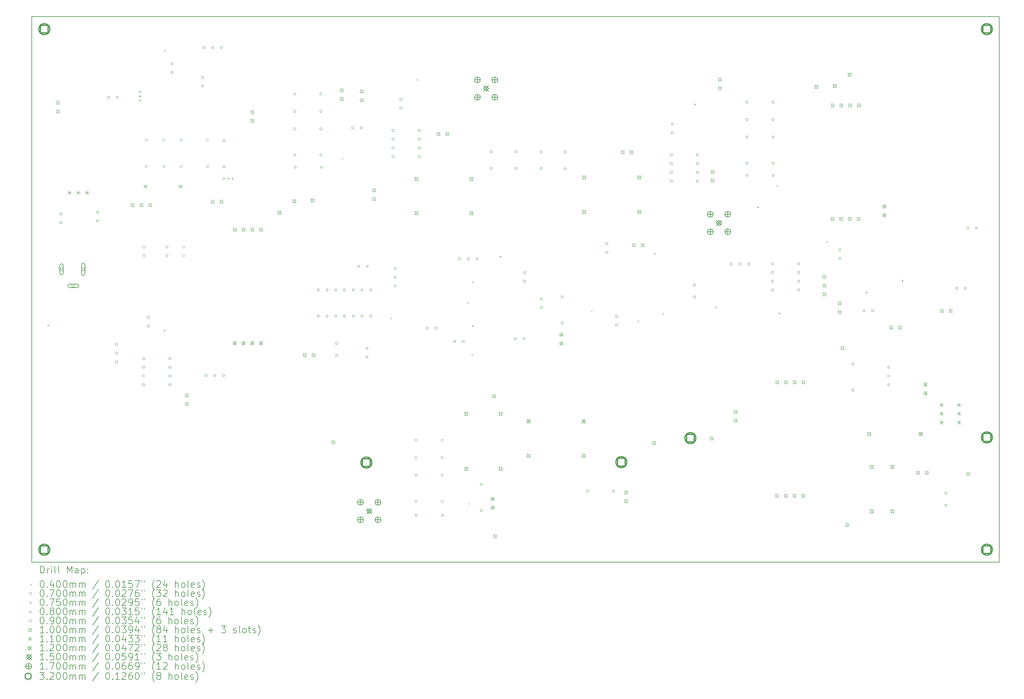
<source format=gbr>
%TF.GenerationSoftware,KiCad,Pcbnew,(6.0.7)*%
%TF.CreationDate,2023-03-19T17:00:00-04:00*%
%TF.ProjectId,Phoenix612 Complete v1.1,50686f65-6e69-4783-9631-3220436f6d70,rev?*%
%TF.SameCoordinates,Original*%
%TF.FileFunction,Drillmap*%
%TF.FilePolarity,Positive*%
%FSLAX45Y45*%
G04 Gerber Fmt 4.5, Leading zero omitted, Abs format (unit mm)*
G04 Created by KiCad (PCBNEW (6.0.7)) date 2023-03-19 17:00:00*
%MOMM*%
%LPD*%
G01*
G04 APERTURE LIST*
%ADD10C,0.150000*%
%ADD11C,0.200000*%
%ADD12C,0.040000*%
%ADD13C,0.070000*%
%ADD14C,0.075000*%
%ADD15C,0.080000*%
%ADD16C,0.090000*%
%ADD17C,0.100000*%
%ADD18C,0.110000*%
%ADD19C,0.120000*%
%ADD20C,0.170000*%
%ADD21C,0.320000*%
G04 APERTURE END LIST*
D10*
X1828800Y-3549650D02*
X29946600Y-3549650D01*
X29946600Y-3549650D02*
X29946600Y-19411950D01*
X29946600Y-19411950D02*
X1828800Y-19411950D01*
X1828800Y-19411950D02*
X1828800Y-3549650D01*
D11*
D12*
X2285050Y-12502200D02*
X2325050Y-12542200D01*
X2325050Y-12502200D02*
X2285050Y-12542200D01*
X5662250Y-12653350D02*
X5702250Y-12693350D01*
X5702250Y-12653350D02*
X5662250Y-12693350D01*
X5669600Y-4511550D02*
X5709600Y-4551550D01*
X5709600Y-4511550D02*
X5669600Y-4551550D01*
X10832150Y-7657150D02*
X10872150Y-7697150D01*
X10872150Y-7657150D02*
X10832150Y-7697150D01*
X12248700Y-12300000D02*
X12288700Y-12340000D01*
X12288700Y-12300000D02*
X12248700Y-12340000D01*
X13010200Y-5358450D02*
X13050200Y-5398450D01*
X13050200Y-5358450D02*
X13010200Y-5398450D01*
X14477050Y-11854500D02*
X14517050Y-11894500D01*
X14517050Y-11854500D02*
X14477050Y-11894500D01*
X14515150Y-17690150D02*
X14555150Y-17730150D01*
X14555150Y-17690150D02*
X14515150Y-17730150D01*
X14604050Y-13360415D02*
X14644050Y-13400415D01*
X14644050Y-13360415D02*
X14604050Y-13400415D01*
X14623100Y-12521250D02*
X14663100Y-12561250D01*
X14663100Y-12521250D02*
X14623100Y-12561250D01*
X14629450Y-11251250D02*
X14669450Y-11291250D01*
X14669450Y-11251250D02*
X14629450Y-11291250D01*
X15423200Y-10502915D02*
X15463200Y-10542915D01*
X15463200Y-10502915D02*
X15423200Y-10542915D01*
X18077500Y-12095800D02*
X18117500Y-12135800D01*
X18117500Y-12095800D02*
X18077500Y-12135800D01*
X19436400Y-12387900D02*
X19476400Y-12427900D01*
X19476400Y-12387900D02*
X19436400Y-12427900D01*
X19912650Y-10413050D02*
X19952650Y-10453050D01*
X19952650Y-10413050D02*
X19912650Y-10453050D01*
X20156100Y-12159300D02*
X20196100Y-12199300D01*
X20196100Y-12159300D02*
X20156100Y-12199300D01*
X21075700Y-6077000D02*
X21115700Y-6117000D01*
X21115700Y-6077000D02*
X21075700Y-6117000D01*
X21690650Y-11981500D02*
X21730650Y-12021500D01*
X21730650Y-11981500D02*
X21690650Y-12021500D01*
X22909850Y-9073200D02*
X22949850Y-9113200D01*
X22949850Y-9073200D02*
X22909850Y-9113200D01*
X23462300Y-8444550D02*
X23502300Y-8484550D01*
X23502300Y-8444550D02*
X23462300Y-8484550D01*
X23525800Y-12152950D02*
X23565800Y-12192950D01*
X23565800Y-12152950D02*
X23525800Y-12192950D01*
X24916450Y-10076500D02*
X24956450Y-10116500D01*
X24956450Y-10076500D02*
X24916450Y-10116500D01*
X26065800Y-11543350D02*
X26105800Y-11583350D01*
X26105800Y-11543350D02*
X26065800Y-11583350D01*
X27113550Y-11200450D02*
X27153550Y-11240450D01*
X27153550Y-11200450D02*
X27113550Y-11240450D01*
D13*
X5187950Y-7142150D02*
G75*
G03*
X5187950Y-7142150I-35000J0D01*
G01*
X5187950Y-7904150D02*
G75*
G03*
X5187950Y-7904150I-35000J0D01*
G01*
X5695950Y-7142150D02*
G75*
G03*
X5695950Y-7142150I-35000J0D01*
G01*
X5695950Y-7904150D02*
G75*
G03*
X5695950Y-7904150I-35000J0D01*
G01*
X6203950Y-7142150D02*
G75*
G03*
X6203950Y-7142150I-35000J0D01*
G01*
X6203950Y-7904150D02*
G75*
G03*
X6203950Y-7904150I-35000J0D01*
G01*
X6965950Y-7142150D02*
G75*
G03*
X6965950Y-7142150I-35000J0D01*
G01*
X6965950Y-7904150D02*
G75*
G03*
X6965950Y-7904150I-35000J0D01*
G01*
X9502850Y-5791200D02*
G75*
G03*
X9502850Y-5791200I-35000J0D01*
G01*
X9502850Y-6299200D02*
G75*
G03*
X9502850Y-6299200I-35000J0D01*
G01*
X9502850Y-6807200D02*
G75*
G03*
X9502850Y-6807200I-35000J0D01*
G01*
X9502850Y-7569200D02*
G75*
G03*
X9502850Y-7569200I-35000J0D01*
G01*
X10264850Y-5791200D02*
G75*
G03*
X10264850Y-5791200I-35000J0D01*
G01*
X10264850Y-6299200D02*
G75*
G03*
X10264850Y-6299200I-35000J0D01*
G01*
X10264850Y-6807200D02*
G75*
G03*
X10264850Y-6807200I-35000J0D01*
G01*
X10264850Y-7569200D02*
G75*
G03*
X10264850Y-7569200I-35000J0D01*
G01*
X13028700Y-15865400D02*
G75*
G03*
X13028700Y-15865400I-35000J0D01*
G01*
X13028700Y-16373400D02*
G75*
G03*
X13028700Y-16373400I-35000J0D01*
G01*
X13028700Y-16881400D02*
G75*
G03*
X13028700Y-16881400I-35000J0D01*
G01*
X13028700Y-17643400D02*
G75*
G03*
X13028700Y-17643400I-35000J0D01*
G01*
X13790700Y-15865400D02*
G75*
G03*
X13790700Y-15865400I-35000J0D01*
G01*
X13790700Y-16373400D02*
G75*
G03*
X13790700Y-16373400I-35000J0D01*
G01*
X13790700Y-16881400D02*
G75*
G03*
X13790700Y-16881400I-35000J0D01*
G01*
X13790700Y-17643400D02*
G75*
G03*
X13790700Y-17643400I-35000J0D01*
G01*
X22642600Y-6035600D02*
G75*
G03*
X22642600Y-6035600I-35000J0D01*
G01*
X22642600Y-6543600D02*
G75*
G03*
X22642600Y-6543600I-35000J0D01*
G01*
X22642600Y-7051600D02*
G75*
G03*
X22642600Y-7051600I-35000J0D01*
G01*
X22642600Y-7813600D02*
G75*
G03*
X22642600Y-7813600I-35000J0D01*
G01*
X23404600Y-6035600D02*
G75*
G03*
X23404600Y-6035600I-35000J0D01*
G01*
X23404600Y-6543600D02*
G75*
G03*
X23404600Y-6543600I-35000J0D01*
G01*
X23404600Y-7051600D02*
G75*
G03*
X23404600Y-7051600I-35000J0D01*
G01*
X23404600Y-7813600D02*
G75*
G03*
X23404600Y-7813600I-35000J0D01*
G01*
D14*
X4963600Y-5694200D02*
X4963600Y-5769200D01*
X4926100Y-5731700D02*
X5001100Y-5731700D01*
X4963600Y-5821200D02*
X4963600Y-5896200D01*
X4926100Y-5858700D02*
X5001100Y-5858700D01*
X4963600Y-5948200D02*
X4963600Y-6023200D01*
X4926100Y-5985700D02*
X5001100Y-5985700D01*
X7407200Y-8218000D02*
X7407200Y-8293000D01*
X7369700Y-8255500D02*
X7444700Y-8255500D01*
X7534200Y-8218000D02*
X7534200Y-8293000D01*
X7496700Y-8255500D02*
X7571700Y-8255500D01*
X7661200Y-8218000D02*
X7661200Y-8293000D01*
X7623700Y-8255500D02*
X7698700Y-8255500D01*
D15*
X2695285Y-9311019D02*
X2695285Y-9254450D01*
X2638716Y-9254450D01*
X2638716Y-9311019D01*
X2695285Y-9311019D01*
X2695285Y-9561019D02*
X2695285Y-9504450D01*
X2638716Y-9504450D01*
X2638716Y-9561019D01*
X2695285Y-9561019D01*
X3762084Y-9260435D02*
X3762084Y-9203866D01*
X3705515Y-9203866D01*
X3705515Y-9260435D01*
X3762084Y-9260435D01*
X3762084Y-9510435D02*
X3762084Y-9453866D01*
X3705515Y-9453866D01*
X3705515Y-9510435D01*
X3762084Y-9510435D01*
X4084969Y-5918734D02*
X4084969Y-5862165D01*
X4028400Y-5862165D01*
X4028400Y-5918734D01*
X4084969Y-5918734D01*
X4313535Y-13101684D02*
X4313535Y-13045115D01*
X4256966Y-13045115D01*
X4256966Y-13101684D01*
X4313535Y-13101684D01*
X4313535Y-13355684D02*
X4313535Y-13299115D01*
X4256966Y-13299115D01*
X4256966Y-13355684D01*
X4313535Y-13355684D01*
X4313535Y-13609684D02*
X4313535Y-13553115D01*
X4256966Y-13553115D01*
X4256966Y-13609684D01*
X4313535Y-13609684D01*
X4334969Y-5918734D02*
X4334969Y-5862165D01*
X4278400Y-5862165D01*
X4278400Y-5918734D01*
X4334969Y-5918734D01*
X5101935Y-13515434D02*
X5101935Y-13458865D01*
X5045366Y-13458865D01*
X5045366Y-13515434D01*
X5101935Y-13515434D01*
X5101935Y-13769434D02*
X5101935Y-13712865D01*
X5045366Y-13712865D01*
X5045366Y-13769434D01*
X5101935Y-13769434D01*
X5101935Y-14023434D02*
X5101935Y-13966865D01*
X5045366Y-13966865D01*
X5045366Y-14023434D01*
X5101935Y-14023434D01*
X5101935Y-14277434D02*
X5101935Y-14220865D01*
X5045366Y-14220865D01*
X5045366Y-14277434D01*
X5101935Y-14277434D01*
X5234285Y-12319250D02*
X5234285Y-12262681D01*
X5177716Y-12262681D01*
X5177716Y-12319250D01*
X5234285Y-12319250D01*
X5234285Y-12569250D02*
X5234285Y-12512681D01*
X5177716Y-12512681D01*
X5177716Y-12569250D01*
X5234285Y-12569250D01*
X5863934Y-13515434D02*
X5863934Y-13458865D01*
X5807365Y-13458865D01*
X5807365Y-13515434D01*
X5863934Y-13515434D01*
X5863934Y-13769434D02*
X5863934Y-13712865D01*
X5807365Y-13712865D01*
X5807365Y-13769434D01*
X5863934Y-13769434D01*
X5863934Y-14023434D02*
X5863934Y-13966865D01*
X5807365Y-13966865D01*
X5807365Y-14023434D01*
X5863934Y-14023434D01*
X5863934Y-14277434D02*
X5863934Y-14220865D01*
X5807365Y-14220865D01*
X5807365Y-14277434D01*
X5863934Y-14277434D01*
X5927434Y-4947185D02*
X5927434Y-4890616D01*
X5870865Y-4890616D01*
X5870865Y-4947185D01*
X5927434Y-4947185D01*
X5927434Y-5197185D02*
X5927434Y-5140616D01*
X5870865Y-5140616D01*
X5870865Y-5197185D01*
X5927434Y-5197185D01*
X6816434Y-5340885D02*
X6816434Y-5284316D01*
X6759865Y-5284316D01*
X6759865Y-5340885D01*
X6816434Y-5340885D01*
X6816434Y-5590885D02*
X6816434Y-5534316D01*
X6759865Y-5534316D01*
X6759865Y-5590885D01*
X6816434Y-5590885D01*
X6854534Y-4470935D02*
X6854534Y-4414366D01*
X6797965Y-4414366D01*
X6797965Y-4470935D01*
X6854534Y-4470935D01*
X6910684Y-14004634D02*
X6910684Y-13948065D01*
X6854115Y-13948065D01*
X6854115Y-14004634D01*
X6910684Y-14004634D01*
X7108534Y-4470935D02*
X7108534Y-4414366D01*
X7051965Y-4414366D01*
X7051965Y-4470935D01*
X7108534Y-4470935D01*
X7164684Y-14004634D02*
X7164684Y-13948065D01*
X7108115Y-13948065D01*
X7108115Y-14004634D01*
X7164684Y-14004634D01*
X7362534Y-4470935D02*
X7362534Y-4414366D01*
X7305965Y-4414366D01*
X7305965Y-4470935D01*
X7362534Y-4470935D01*
X7418684Y-14004634D02*
X7418684Y-13948065D01*
X7362115Y-13948065D01*
X7362115Y-14004634D01*
X7418684Y-14004634D01*
X7435484Y-7176784D02*
X7435484Y-7120215D01*
X7378915Y-7120215D01*
X7378915Y-7176784D01*
X7435484Y-7176784D01*
X7435484Y-7938784D02*
X7435484Y-7882215D01*
X7378915Y-7882215D01*
X7378915Y-7938784D01*
X7435484Y-7938784D01*
X9508835Y-7953084D02*
X9508835Y-7896515D01*
X9452266Y-7896515D01*
X9452266Y-7953084D01*
X9508835Y-7953084D01*
X10176085Y-11522784D02*
X10176085Y-11466215D01*
X10119516Y-11466215D01*
X10119516Y-11522784D01*
X10176085Y-11522784D01*
X10176085Y-12284784D02*
X10176085Y-12228215D01*
X10119516Y-12228215D01*
X10119516Y-12284784D01*
X10176085Y-12284784D01*
X10270835Y-7953084D02*
X10270835Y-7896515D01*
X10214266Y-7896515D01*
X10214266Y-7953084D01*
X10270835Y-7953084D01*
X10430085Y-11522784D02*
X10430085Y-11466215D01*
X10373516Y-11466215D01*
X10373516Y-11522784D01*
X10430085Y-11522784D01*
X10430085Y-12284784D02*
X10430085Y-12228215D01*
X10373516Y-12228215D01*
X10373516Y-12284784D01*
X10430085Y-12284784D01*
X10684085Y-11522784D02*
X10684085Y-11466215D01*
X10627516Y-11466215D01*
X10627516Y-11522784D01*
X10684085Y-11522784D01*
X10684085Y-12284784D02*
X10684085Y-12228215D01*
X10627516Y-12228215D01*
X10627516Y-12284784D01*
X10684085Y-12284784D01*
X10715335Y-13071019D02*
X10715335Y-13014450D01*
X10658766Y-13014450D01*
X10658766Y-13071019D01*
X10715335Y-13071019D01*
X10715335Y-13421019D02*
X10715335Y-13364450D01*
X10658766Y-13364450D01*
X10658766Y-13421019D01*
X10715335Y-13421019D01*
X10938085Y-11522784D02*
X10938085Y-11466215D01*
X10881516Y-11466215D01*
X10881516Y-11522784D01*
X10938085Y-11522784D01*
X10938085Y-12284784D02*
X10938085Y-12228215D01*
X10881516Y-12228215D01*
X10881516Y-12284784D01*
X10938085Y-12284784D01*
X11178885Y-6803734D02*
X11178885Y-6747165D01*
X11122316Y-6747165D01*
X11122316Y-6803734D01*
X11178885Y-6803734D01*
X11192084Y-11522784D02*
X11192084Y-11466215D01*
X11135516Y-11466215D01*
X11135516Y-11522784D01*
X11192084Y-11522784D01*
X11192084Y-12284784D02*
X11192084Y-12228215D01*
X11135516Y-12228215D01*
X11135516Y-12284784D01*
X11192084Y-12284784D01*
X11349450Y-10830635D02*
X11349450Y-10774066D01*
X11292881Y-10774066D01*
X11292881Y-10830635D01*
X11349450Y-10830635D01*
X11428884Y-6803734D02*
X11428884Y-6747165D01*
X11372315Y-6747165D01*
X11372315Y-6803734D01*
X11428884Y-6803734D01*
X11446084Y-11522784D02*
X11446084Y-11466215D01*
X11389515Y-11466215D01*
X11389515Y-11522784D01*
X11446084Y-11522784D01*
X11446084Y-12284784D02*
X11446084Y-12228215D01*
X11389515Y-12228215D01*
X11389515Y-12284784D01*
X11446084Y-12284784D01*
X11591634Y-13217234D02*
X11591634Y-13160665D01*
X11535065Y-13160665D01*
X11535065Y-13217234D01*
X11591634Y-13217234D01*
X11591634Y-13467234D02*
X11591634Y-13410665D01*
X11535065Y-13410665D01*
X11535065Y-13467234D01*
X11591634Y-13467234D01*
X11599450Y-10830635D02*
X11599450Y-10774066D01*
X11542881Y-10774066D01*
X11542881Y-10830635D01*
X11599450Y-10830635D01*
X11700084Y-11522784D02*
X11700084Y-11466215D01*
X11643515Y-11466215D01*
X11643515Y-11522784D01*
X11700084Y-11522784D01*
X11700084Y-12284784D02*
X11700084Y-12228215D01*
X11643515Y-12228215D01*
X11643515Y-12284784D01*
X11700084Y-12284784D01*
X12348284Y-6880934D02*
X12348284Y-6824365D01*
X12291715Y-6824365D01*
X12291715Y-6880934D01*
X12348284Y-6880934D01*
X12348284Y-7134934D02*
X12348284Y-7078365D01*
X12291715Y-7078365D01*
X12291715Y-7134934D01*
X12348284Y-7134934D01*
X12348284Y-7388934D02*
X12348284Y-7332365D01*
X12291715Y-7332365D01*
X12291715Y-7388934D01*
X12348284Y-7388934D01*
X12348284Y-7642934D02*
X12348284Y-7586365D01*
X12291715Y-7586365D01*
X12291715Y-7642934D01*
X12348284Y-7642934D01*
X12410784Y-10899485D02*
X12410784Y-10842916D01*
X12354215Y-10842916D01*
X12354215Y-10899485D01*
X12410784Y-10899485D01*
X12410784Y-11153485D02*
X12410784Y-11096916D01*
X12354215Y-11096916D01*
X12354215Y-11153485D01*
X12410784Y-11153485D01*
X12410784Y-11407484D02*
X12410784Y-11350915D01*
X12354215Y-11350915D01*
X12354215Y-11407484D01*
X12410784Y-11407484D01*
X12575884Y-5976850D02*
X12575884Y-5920281D01*
X12519315Y-5920281D01*
X12519315Y-5976850D01*
X12575884Y-5976850D01*
X12575884Y-6226850D02*
X12575884Y-6170281D01*
X12519315Y-6170281D01*
X12519315Y-6226850D01*
X12575884Y-6226850D01*
X13020384Y-18074985D02*
X13020384Y-18018416D01*
X12963815Y-18018416D01*
X12963815Y-18074985D01*
X13020384Y-18074985D01*
X13110284Y-6880934D02*
X13110284Y-6824365D01*
X13053715Y-6824365D01*
X13053715Y-6880934D01*
X13110284Y-6880934D01*
X13110284Y-7134934D02*
X13110284Y-7078365D01*
X13053715Y-7078365D01*
X13053715Y-7134934D01*
X13110284Y-7134934D01*
X13110284Y-7388934D02*
X13110284Y-7332365D01*
X13053715Y-7332365D01*
X13053715Y-7388934D01*
X13110284Y-7388934D01*
X13110284Y-7642934D02*
X13110284Y-7586365D01*
X13053715Y-7586365D01*
X13053715Y-7642934D01*
X13110284Y-7642934D01*
X13343269Y-12627650D02*
X13343269Y-12571081D01*
X13286700Y-12571081D01*
X13286700Y-12627650D01*
X13343269Y-12627650D01*
X13593269Y-12627650D02*
X13593269Y-12571081D01*
X13536700Y-12571081D01*
X13536700Y-12627650D01*
X13593269Y-12627650D01*
X13782384Y-18074985D02*
X13782384Y-18018416D01*
X13725815Y-18018416D01*
X13725815Y-18074985D01*
X13782384Y-18074985D01*
X14136600Y-13015000D02*
X14136600Y-12958431D01*
X14080031Y-12958431D01*
X14080031Y-13015000D01*
X14136600Y-13015000D01*
X14283034Y-10614700D02*
X14283034Y-10558131D01*
X14226465Y-10558131D01*
X14226465Y-10614700D01*
X14283034Y-10614700D01*
X14386600Y-13015000D02*
X14386600Y-12958431D01*
X14330031Y-12958431D01*
X14330031Y-13015000D01*
X14386600Y-13015000D01*
X14537034Y-10614700D02*
X14537034Y-10558131D01*
X14480465Y-10558131D01*
X14480465Y-10614700D01*
X14537034Y-10614700D01*
X14791034Y-10614700D02*
X14791034Y-10558131D01*
X14734465Y-10558131D01*
X14734465Y-10614700D01*
X14791034Y-10614700D01*
X14912684Y-17173285D02*
X14912684Y-17116716D01*
X14856115Y-17116716D01*
X14856115Y-17173285D01*
X14912684Y-17173285D01*
X14912684Y-17935285D02*
X14912684Y-17878716D01*
X14856115Y-17878716D01*
X14856115Y-17935285D01*
X14912684Y-17935285D01*
X15204784Y-7498534D02*
X15204784Y-7441965D01*
X15148215Y-7441965D01*
X15148215Y-7498534D01*
X15204784Y-7498534D01*
X15204784Y-7986534D02*
X15204784Y-7929965D01*
X15148215Y-7929965D01*
X15148215Y-7986534D01*
X15204784Y-7986534D01*
X15903284Y-12938800D02*
X15903284Y-12882231D01*
X15846715Y-12882231D01*
X15846715Y-12938800D01*
X15903284Y-12938800D01*
X15915984Y-7500534D02*
X15915984Y-7443965D01*
X15859415Y-7443965D01*
X15859415Y-7500534D01*
X15915984Y-7500534D01*
X15915984Y-7988534D02*
X15915984Y-7931965D01*
X15859415Y-7931965D01*
X15859415Y-7988534D01*
X15915984Y-7988534D01*
X16153284Y-12938800D02*
X16153284Y-12882231D01*
X16096715Y-12882231D01*
X16096715Y-12938800D01*
X16153284Y-12938800D01*
X16176334Y-11018750D02*
X16176334Y-10962181D01*
X16119765Y-10962181D01*
X16119765Y-11018750D01*
X16176334Y-11018750D01*
X16176334Y-11268750D02*
X16176334Y-11212181D01*
X16119765Y-11212181D01*
X16119765Y-11268750D01*
X16176334Y-11268750D01*
X16652584Y-7504884D02*
X16652584Y-7448315D01*
X16596015Y-7448315D01*
X16596015Y-7504884D01*
X16652584Y-7504884D01*
X16652584Y-7992884D02*
X16652584Y-7936315D01*
X16596015Y-7936315D01*
X16596015Y-7992884D01*
X16652584Y-7992884D01*
X16665284Y-11782134D02*
X16665284Y-11725565D01*
X16608715Y-11725565D01*
X16608715Y-11782134D01*
X16665284Y-11782134D01*
X16665284Y-12032134D02*
X16665284Y-11975565D01*
X16608715Y-11975565D01*
X16608715Y-12032134D01*
X16665284Y-12032134D01*
X17262185Y-11725950D02*
X17262185Y-11669381D01*
X17205616Y-11669381D01*
X17205616Y-11725950D01*
X17262185Y-11725950D01*
X17262185Y-12487950D02*
X17262185Y-12431381D01*
X17205616Y-12431381D01*
X17205616Y-12487950D01*
X17262185Y-12487950D01*
X17351085Y-7506884D02*
X17351085Y-7450315D01*
X17294516Y-7450315D01*
X17294516Y-7506884D01*
X17351085Y-7506884D01*
X17351085Y-7994884D02*
X17351085Y-7938315D01*
X17294516Y-7938315D01*
X17294516Y-7994884D01*
X17351085Y-7994884D01*
X17998785Y-17370135D02*
X17998785Y-17313566D01*
X17942216Y-17313566D01*
X17942216Y-17370135D01*
X17998785Y-17370135D01*
X18563935Y-10174200D02*
X18563935Y-10117631D01*
X18507366Y-10117631D01*
X18507366Y-10174200D01*
X18563935Y-10174200D01*
X18563935Y-10424200D02*
X18563935Y-10367631D01*
X18507366Y-10367631D01*
X18507366Y-10424200D01*
X18563935Y-10424200D01*
X18760785Y-17370135D02*
X18760785Y-17313566D01*
X18704216Y-17313566D01*
X18704216Y-17370135D01*
X18760785Y-17370135D01*
X18851835Y-12289169D02*
X18851835Y-12232600D01*
X18795266Y-12232600D01*
X18795266Y-12289169D01*
X18851835Y-12289169D01*
X18851835Y-12539169D02*
X18851835Y-12482600D01*
X18795266Y-12482600D01*
X18795266Y-12539169D01*
X18851835Y-12539169D01*
X20431835Y-7592134D02*
X20431835Y-7535565D01*
X20375266Y-7535565D01*
X20375266Y-7592134D01*
X20431835Y-7592134D01*
X20431835Y-7846134D02*
X20431835Y-7789565D01*
X20375266Y-7789565D01*
X20375266Y-7846134D01*
X20431835Y-7846134D01*
X20431835Y-8100134D02*
X20431835Y-8043565D01*
X20375266Y-8043565D01*
X20375266Y-8100134D01*
X20431835Y-8100134D01*
X20431835Y-8354134D02*
X20431835Y-8297565D01*
X20375266Y-8297565D01*
X20375266Y-8354134D01*
X20431835Y-8354134D01*
X20469935Y-6694434D02*
X20469935Y-6637865D01*
X20413366Y-6637865D01*
X20413366Y-6694434D01*
X20469935Y-6694434D01*
X20469935Y-6944434D02*
X20469935Y-6887865D01*
X20413366Y-6887865D01*
X20413366Y-6944434D01*
X20469935Y-6944434D01*
X21106085Y-11375569D02*
X21106085Y-11319000D01*
X21049516Y-11319000D01*
X21049516Y-11375569D01*
X21106085Y-11375569D01*
X21106085Y-11725569D02*
X21106085Y-11669000D01*
X21049516Y-11669000D01*
X21049516Y-11725569D01*
X21106085Y-11725569D01*
X21193835Y-7592134D02*
X21193835Y-7535565D01*
X21137266Y-7535565D01*
X21137266Y-7592134D01*
X21193835Y-7592134D01*
X21193835Y-7846134D02*
X21193835Y-7789565D01*
X21137266Y-7789565D01*
X21137266Y-7846134D01*
X21193835Y-7846134D01*
X21193835Y-8100134D02*
X21193835Y-8043565D01*
X21137266Y-8043565D01*
X21137266Y-8100134D01*
X21193835Y-8100134D01*
X21193835Y-8354134D02*
X21193835Y-8297565D01*
X21137266Y-8297565D01*
X21137266Y-8354134D01*
X21193835Y-8354134D01*
X22177085Y-10766135D02*
X22177085Y-10709566D01*
X22120516Y-10709566D01*
X22120516Y-10766135D01*
X22177085Y-10766135D01*
X22431084Y-10766135D02*
X22431084Y-10709566D01*
X22374515Y-10709566D01*
X22374515Y-10766135D01*
X22431084Y-10766135D01*
X22640634Y-8188034D02*
X22640634Y-8131465D01*
X22584065Y-8131465D01*
X22584065Y-8188034D01*
X22640634Y-8188034D01*
X22685084Y-10766135D02*
X22685084Y-10709566D01*
X22628515Y-10709566D01*
X22628515Y-10766135D01*
X22685084Y-10766135D01*
X23377234Y-10759785D02*
X23377234Y-10703216D01*
X23320665Y-10703216D01*
X23320665Y-10759785D01*
X23377234Y-10759785D01*
X23377234Y-11013785D02*
X23377234Y-10957216D01*
X23320665Y-10957216D01*
X23320665Y-11013785D01*
X23377234Y-11013785D01*
X23377234Y-11267784D02*
X23377234Y-11211215D01*
X23320665Y-11211215D01*
X23320665Y-11267784D01*
X23377234Y-11267784D01*
X23377234Y-11521784D02*
X23377234Y-11465215D01*
X23320665Y-11465215D01*
X23320665Y-11521784D01*
X23377234Y-11521784D01*
X23402634Y-8188034D02*
X23402634Y-8131465D01*
X23346065Y-8131465D01*
X23346065Y-8188034D01*
X23402634Y-8188034D01*
X24139234Y-10759785D02*
X24139234Y-10703216D01*
X24082665Y-10703216D01*
X24082665Y-10759785D01*
X24139234Y-10759785D01*
X24139234Y-11013785D02*
X24139234Y-10957216D01*
X24082665Y-10957216D01*
X24082665Y-11013785D01*
X24139234Y-11013785D01*
X24139234Y-11267784D02*
X24139234Y-11211215D01*
X24082665Y-11211215D01*
X24082665Y-11267784D01*
X24139234Y-11267784D01*
X24139234Y-11521784D02*
X24139234Y-11465215D01*
X24082665Y-11465215D01*
X24082665Y-11521784D01*
X24139234Y-11521784D01*
X25333034Y-10352000D02*
X25333034Y-10295431D01*
X25276465Y-10295431D01*
X25276465Y-10352000D01*
X25333034Y-10352000D01*
X25333034Y-10602000D02*
X25333034Y-10545431D01*
X25276465Y-10545431D01*
X25276465Y-10602000D01*
X25333034Y-10602000D01*
X25714034Y-13669084D02*
X25714034Y-13612515D01*
X25657465Y-13612515D01*
X25657465Y-13669084D01*
X25714034Y-13669084D01*
X25714034Y-14431084D02*
X25714034Y-14374515D01*
X25657465Y-14374515D01*
X25657465Y-14431084D01*
X25714034Y-14431084D01*
X26042850Y-12125034D02*
X26042850Y-12068465D01*
X25986281Y-12068465D01*
X25986281Y-12125034D01*
X26042850Y-12125034D01*
X26292850Y-12125034D02*
X26292850Y-12068465D01*
X26236281Y-12068465D01*
X26236281Y-12125034D01*
X26292850Y-12125034D01*
X26755434Y-13769684D02*
X26755434Y-13713115D01*
X26698865Y-13713115D01*
X26698865Y-13769684D01*
X26755434Y-13769684D01*
X26755434Y-14023684D02*
X26755434Y-13967115D01*
X26698865Y-13967115D01*
X26698865Y-14023684D01*
X26755434Y-14023684D01*
X26755434Y-14277684D02*
X26755434Y-14221115D01*
X26698865Y-14221115D01*
X26698865Y-14277684D01*
X26755434Y-14277684D01*
X28419134Y-17433050D02*
X28419134Y-17376481D01*
X28362565Y-17376481D01*
X28362565Y-17433050D01*
X28419134Y-17433050D01*
X28419134Y-17783050D02*
X28419134Y-17726481D01*
X28362565Y-17726481D01*
X28362565Y-17783050D01*
X28419134Y-17783050D01*
X28730284Y-11470984D02*
X28730284Y-11414415D01*
X28673715Y-11414415D01*
X28673715Y-11470984D01*
X28730284Y-11470984D01*
X28980284Y-11470984D02*
X28980284Y-11414415D01*
X28923715Y-11414415D01*
X28923715Y-11470984D01*
X28980284Y-11470984D01*
X29052750Y-9712035D02*
X29052750Y-9655466D01*
X28996181Y-9655466D01*
X28996181Y-9712035D01*
X29052750Y-9712035D01*
X29302750Y-9712035D02*
X29302750Y-9655466D01*
X29246181Y-9655466D01*
X29246181Y-9712035D01*
X29302750Y-9712035D01*
D16*
X5086350Y-10293400D02*
X5131350Y-10248400D01*
X5086350Y-10203400D01*
X5041350Y-10248400D01*
X5086350Y-10293400D01*
X5086350Y-10547400D02*
X5131350Y-10502400D01*
X5086350Y-10457400D01*
X5041350Y-10502400D01*
X5086350Y-10547400D01*
X5739435Y-10287050D02*
X5784435Y-10242050D01*
X5739435Y-10197050D01*
X5694435Y-10242050D01*
X5739435Y-10287050D01*
X5739435Y-10541050D02*
X5784435Y-10496050D01*
X5739435Y-10451050D01*
X5694435Y-10496050D01*
X5739435Y-10541050D01*
X6235700Y-10287550D02*
X6280700Y-10242550D01*
X6235700Y-10197550D01*
X6190700Y-10242550D01*
X6235700Y-10287550D01*
X6235700Y-10541550D02*
X6280700Y-10496550D01*
X6235700Y-10451550D01*
X6190700Y-10496550D01*
X6235700Y-10541550D01*
D17*
X2534450Y-5999700D02*
X2634450Y-6099700D01*
X2634450Y-5999700D02*
X2534450Y-6099700D01*
X2634450Y-6049700D02*
G75*
G03*
X2634450Y-6049700I-50000J0D01*
G01*
X2534450Y-6253700D02*
X2634450Y-6353700D01*
X2634450Y-6253700D02*
X2534450Y-6353700D01*
X2634450Y-6303700D02*
G75*
G03*
X2634450Y-6303700I-50000J0D01*
G01*
X2641050Y-10845100D02*
X2741050Y-10945100D01*
X2741050Y-10845100D02*
X2641050Y-10945100D01*
X2741050Y-10895100D02*
G75*
G03*
X2741050Y-10895100I-50000J0D01*
G01*
D11*
X2641050Y-10785100D02*
X2641050Y-11005100D01*
X2741050Y-10785100D02*
X2741050Y-11005100D01*
X2641050Y-11005100D02*
G75*
G03*
X2741050Y-11005100I50000J0D01*
G01*
X2741050Y-10785100D02*
G75*
G03*
X2641050Y-10785100I-50000J0D01*
G01*
D17*
X2981050Y-11325100D02*
X3081050Y-11425100D01*
X3081050Y-11325100D02*
X2981050Y-11425100D01*
X3081050Y-11375100D02*
G75*
G03*
X3081050Y-11375100I-50000J0D01*
G01*
D11*
X3141050Y-11325100D02*
X2921050Y-11325100D01*
X3141050Y-11425100D02*
X2921050Y-11425100D01*
X2921050Y-11325100D02*
G75*
G03*
X2921050Y-11425100I0J-50000D01*
G01*
X3141050Y-11425100D02*
G75*
G03*
X3141050Y-11325100I0J50000D01*
G01*
D17*
X3271050Y-10845100D02*
X3371050Y-10945100D01*
X3371050Y-10845100D02*
X3271050Y-10945100D01*
X3371050Y-10895100D02*
G75*
G03*
X3371050Y-10895100I-50000J0D01*
G01*
D11*
X3271050Y-10765100D02*
X3271050Y-11025100D01*
X3371050Y-10765100D02*
X3371050Y-11025100D01*
X3271050Y-11025100D02*
G75*
G03*
X3371050Y-11025100I50000J0D01*
G01*
X3371050Y-10765100D02*
G75*
G03*
X3271050Y-10765100I-50000J0D01*
G01*
D17*
X4707650Y-8979700D02*
X4807650Y-9079700D01*
X4807650Y-8979700D02*
X4707650Y-9079700D01*
X4807650Y-9029700D02*
G75*
G03*
X4807650Y-9029700I-50000J0D01*
G01*
X4961650Y-8979700D02*
X5061650Y-9079700D01*
X5061650Y-8979700D02*
X4961650Y-9079700D01*
X5061650Y-9029700D02*
G75*
G03*
X5061650Y-9029700I-50000J0D01*
G01*
X5215650Y-8979700D02*
X5315650Y-9079700D01*
X5315650Y-8979700D02*
X5215650Y-9079700D01*
X5315650Y-9029700D02*
G75*
G03*
X5315650Y-9029700I-50000J0D01*
G01*
X6280950Y-14510550D02*
X6380950Y-14610550D01*
X6380950Y-14510550D02*
X6280950Y-14610550D01*
X6380950Y-14560550D02*
G75*
G03*
X6380950Y-14560550I-50000J0D01*
G01*
X6280950Y-14764550D02*
X6380950Y-14864550D01*
X6380950Y-14764550D02*
X6280950Y-14864550D01*
X6380950Y-14814550D02*
G75*
G03*
X6380950Y-14814550I-50000J0D01*
G01*
X7033850Y-8878100D02*
X7133850Y-8978100D01*
X7133850Y-8878100D02*
X7033850Y-8978100D01*
X7133850Y-8928100D02*
G75*
G03*
X7133850Y-8928100I-50000J0D01*
G01*
X7287850Y-8878100D02*
X7387850Y-8978100D01*
X7387850Y-8878100D02*
X7287850Y-8978100D01*
X7387850Y-8928100D02*
G75*
G03*
X7387850Y-8928100I-50000J0D01*
G01*
X7673350Y-12992900D02*
X7773350Y-13092900D01*
X7773350Y-12992900D02*
X7673350Y-13092900D01*
X7773350Y-13042900D02*
G75*
G03*
X7773350Y-13042900I-50000J0D01*
G01*
X7677950Y-9690900D02*
X7777950Y-9790900D01*
X7777950Y-9690900D02*
X7677950Y-9790900D01*
X7777950Y-9740900D02*
G75*
G03*
X7777950Y-9740900I-50000J0D01*
G01*
X7927350Y-12992900D02*
X8027350Y-13092900D01*
X8027350Y-12992900D02*
X7927350Y-13092900D01*
X8027350Y-13042900D02*
G75*
G03*
X8027350Y-13042900I-50000J0D01*
G01*
X7931950Y-9690900D02*
X8031950Y-9790900D01*
X8031950Y-9690900D02*
X7931950Y-9790900D01*
X8031950Y-9740900D02*
G75*
G03*
X8031950Y-9740900I-50000J0D01*
G01*
X8181350Y-12992900D02*
X8281350Y-13092900D01*
X8281350Y-12992900D02*
X8181350Y-13092900D01*
X8281350Y-13042900D02*
G75*
G03*
X8281350Y-13042900I-50000J0D01*
G01*
X8185950Y-6274600D02*
X8285950Y-6374600D01*
X8285950Y-6274600D02*
X8185950Y-6374600D01*
X8285950Y-6324600D02*
G75*
G03*
X8285950Y-6324600I-50000J0D01*
G01*
X8185950Y-6528600D02*
X8285950Y-6628600D01*
X8285950Y-6528600D02*
X8185950Y-6628600D01*
X8285950Y-6578600D02*
G75*
G03*
X8285950Y-6578600I-50000J0D01*
G01*
X8185950Y-9690900D02*
X8285950Y-9790900D01*
X8285950Y-9690900D02*
X8185950Y-9790900D01*
X8285950Y-9740900D02*
G75*
G03*
X8285950Y-9740900I-50000J0D01*
G01*
X8435350Y-12992900D02*
X8535350Y-13092900D01*
X8535350Y-12992900D02*
X8435350Y-13092900D01*
X8535350Y-13042900D02*
G75*
G03*
X8535350Y-13042900I-50000J0D01*
G01*
X8439950Y-9690900D02*
X8539950Y-9790900D01*
X8539950Y-9690900D02*
X8439950Y-9790900D01*
X8539950Y-9740900D02*
G75*
G03*
X8539950Y-9740900I-50000J0D01*
G01*
X9710450Y-13342150D02*
X9810450Y-13442150D01*
X9810450Y-13342150D02*
X9710450Y-13442150D01*
X9810450Y-13392150D02*
G75*
G03*
X9810450Y-13392150I-50000J0D01*
G01*
X9964450Y-13342150D02*
X10064450Y-13442150D01*
X10064450Y-13342150D02*
X9964450Y-13442150D01*
X10064450Y-13392150D02*
G75*
G03*
X10064450Y-13392150I-50000J0D01*
G01*
X10541800Y-15875800D02*
X10641800Y-15975800D01*
X10641800Y-15875800D02*
X10541800Y-15975800D01*
X10641800Y-15925800D02*
G75*
G03*
X10641800Y-15925800I-50000J0D01*
G01*
X10783100Y-5639600D02*
X10883100Y-5739600D01*
X10883100Y-5639600D02*
X10783100Y-5739600D01*
X10883100Y-5689600D02*
G75*
G03*
X10883100Y-5689600I-50000J0D01*
G01*
X10783100Y-5893600D02*
X10883100Y-5993600D01*
X10883100Y-5893600D02*
X10783100Y-5993600D01*
X10883100Y-5943600D02*
G75*
G03*
X10883100Y-5943600I-50000J0D01*
G01*
X11367300Y-5671350D02*
X11467300Y-5771350D01*
X11467300Y-5671350D02*
X11367300Y-5771350D01*
X11467300Y-5721350D02*
G75*
G03*
X11467300Y-5721350I-50000J0D01*
G01*
X11367300Y-5925350D02*
X11467300Y-6025350D01*
X11467300Y-5925350D02*
X11367300Y-6025350D01*
X11467300Y-5975350D02*
G75*
G03*
X11467300Y-5975350I-50000J0D01*
G01*
X11722900Y-8547900D02*
X11822900Y-8647900D01*
X11822900Y-8547900D02*
X11722900Y-8647900D01*
X11822900Y-8597900D02*
G75*
G03*
X11822900Y-8597900I-50000J0D01*
G01*
X11722900Y-8801900D02*
X11822900Y-8901900D01*
X11822900Y-8801900D02*
X11722900Y-8901900D01*
X11822900Y-8851900D02*
G75*
G03*
X11822900Y-8851900I-50000J0D01*
G01*
X13596150Y-6909600D02*
X13696150Y-7009600D01*
X13696150Y-6909600D02*
X13596150Y-7009600D01*
X13696150Y-6959600D02*
G75*
G03*
X13696150Y-6959600I-50000J0D01*
G01*
X13850150Y-6909600D02*
X13950150Y-7009600D01*
X13950150Y-6909600D02*
X13850150Y-7009600D01*
X13950150Y-6959600D02*
G75*
G03*
X13950150Y-6959600I-50000J0D01*
G01*
X15170950Y-17520950D02*
X15270950Y-17620950D01*
X15270950Y-17520950D02*
X15170950Y-17620950D01*
X15270950Y-17570950D02*
G75*
G03*
X15270950Y-17570950I-50000J0D01*
G01*
X15170950Y-17774950D02*
X15270950Y-17874950D01*
X15270950Y-17774950D02*
X15170950Y-17874950D01*
X15270950Y-17824950D02*
G75*
G03*
X15270950Y-17824950I-50000J0D01*
G01*
X15209050Y-14535950D02*
X15309050Y-14635950D01*
X15309050Y-14535950D02*
X15209050Y-14635950D01*
X15309050Y-14585950D02*
G75*
G03*
X15309050Y-14585950I-50000J0D01*
G01*
X15240800Y-18612650D02*
X15340800Y-18712650D01*
X15340800Y-18612650D02*
X15240800Y-18712650D01*
X15340800Y-18662650D02*
G75*
G03*
X15340800Y-18662650I-50000J0D01*
G01*
X17164850Y-12746215D02*
X17264850Y-12846215D01*
X17264850Y-12746215D02*
X17164850Y-12846215D01*
X17264850Y-12796215D02*
G75*
G03*
X17264850Y-12796215I-50000J0D01*
G01*
X17164850Y-13000215D02*
X17264850Y-13100215D01*
X17264850Y-13000215D02*
X17164850Y-13100215D01*
X17264850Y-13050215D02*
G75*
G03*
X17264850Y-13050215I-50000J0D01*
G01*
X18949200Y-7443000D02*
X19049200Y-7543000D01*
X19049200Y-7443000D02*
X18949200Y-7543000D01*
X19049200Y-7493000D02*
G75*
G03*
X19049200Y-7493000I-50000J0D01*
G01*
X19050800Y-17336300D02*
X19150800Y-17436300D01*
X19150800Y-17336300D02*
X19050800Y-17436300D01*
X19150800Y-17386300D02*
G75*
G03*
X19150800Y-17386300I-50000J0D01*
G01*
X19050800Y-17590300D02*
X19150800Y-17690300D01*
X19150800Y-17590300D02*
X19050800Y-17690300D01*
X19150800Y-17640300D02*
G75*
G03*
X19150800Y-17640300I-50000J0D01*
G01*
X19203200Y-7443000D02*
X19303200Y-7543000D01*
X19303200Y-7443000D02*
X19203200Y-7543000D01*
X19303200Y-7493000D02*
G75*
G03*
X19303200Y-7493000I-50000J0D01*
G01*
X19275050Y-10141750D02*
X19375050Y-10241750D01*
X19375050Y-10141750D02*
X19275050Y-10241750D01*
X19375050Y-10191750D02*
G75*
G03*
X19375050Y-10191750I-50000J0D01*
G01*
X19529050Y-10141750D02*
X19629050Y-10241750D01*
X19629050Y-10141750D02*
X19529050Y-10241750D01*
X19629050Y-10191750D02*
G75*
G03*
X19629050Y-10191750I-50000J0D01*
G01*
X19857250Y-15894850D02*
X19957250Y-15994850D01*
X19957250Y-15894850D02*
X19857250Y-15994850D01*
X19957250Y-15944850D02*
G75*
G03*
X19957250Y-15944850I-50000J0D01*
G01*
X21533650Y-15761500D02*
X21633650Y-15861500D01*
X21633650Y-15761500D02*
X21533650Y-15861500D01*
X21633650Y-15811500D02*
G75*
G03*
X21633650Y-15811500I-50000J0D01*
G01*
X21561550Y-8010150D02*
X21661550Y-8110150D01*
X21661550Y-8010150D02*
X21561550Y-8110150D01*
X21661550Y-8060150D02*
G75*
G03*
X21661550Y-8060150I-50000J0D01*
G01*
X21561550Y-8264150D02*
X21661550Y-8364150D01*
X21661550Y-8264150D02*
X21561550Y-8364150D01*
X21661550Y-8314150D02*
G75*
G03*
X21661550Y-8314150I-50000J0D01*
G01*
X21772450Y-5326450D02*
X21872450Y-5426450D01*
X21872450Y-5326450D02*
X21772450Y-5426450D01*
X21872450Y-5376450D02*
G75*
G03*
X21872450Y-5376450I-50000J0D01*
G01*
X21772450Y-5580450D02*
X21872450Y-5680450D01*
X21872450Y-5580450D02*
X21772450Y-5680450D01*
X21872450Y-5630450D02*
G75*
G03*
X21872450Y-5630450I-50000J0D01*
G01*
X22229650Y-14991150D02*
X22329650Y-15091150D01*
X22329650Y-14991150D02*
X22229650Y-15091150D01*
X22329650Y-15041150D02*
G75*
G03*
X22329650Y-15041150I-50000J0D01*
G01*
X22229650Y-15245150D02*
X22329650Y-15345150D01*
X22329650Y-15245150D02*
X22229650Y-15345150D01*
X22329650Y-15295150D02*
G75*
G03*
X22329650Y-15295150I-50000J0D01*
G01*
X23434050Y-17431550D02*
X23534050Y-17531550D01*
X23534050Y-17431550D02*
X23434050Y-17531550D01*
X23534050Y-17481550D02*
G75*
G03*
X23534050Y-17481550I-50000J0D01*
G01*
X23438650Y-14129550D02*
X23538650Y-14229550D01*
X23538650Y-14129550D02*
X23438650Y-14229550D01*
X23538650Y-14179550D02*
G75*
G03*
X23538650Y-14179550I-50000J0D01*
G01*
X23688050Y-17431550D02*
X23788050Y-17531550D01*
X23788050Y-17431550D02*
X23688050Y-17531550D01*
X23788050Y-17481550D02*
G75*
G03*
X23788050Y-17481550I-50000J0D01*
G01*
X23692650Y-14129550D02*
X23792650Y-14229550D01*
X23792650Y-14129550D02*
X23692650Y-14229550D01*
X23792650Y-14179550D02*
G75*
G03*
X23792650Y-14179550I-50000J0D01*
G01*
X23942050Y-17431550D02*
X24042050Y-17531550D01*
X24042050Y-17431550D02*
X23942050Y-17531550D01*
X24042050Y-17481550D02*
G75*
G03*
X24042050Y-17481550I-50000J0D01*
G01*
X23946650Y-14129550D02*
X24046650Y-14229550D01*
X24046650Y-14129550D02*
X23946650Y-14229550D01*
X24046650Y-14179550D02*
G75*
G03*
X24046650Y-14179550I-50000J0D01*
G01*
X24196050Y-17431550D02*
X24296050Y-17531550D01*
X24296050Y-17431550D02*
X24196050Y-17531550D01*
X24296050Y-17481550D02*
G75*
G03*
X24296050Y-17481550I-50000J0D01*
G01*
X24200650Y-14129550D02*
X24300650Y-14229550D01*
X24300650Y-14129550D02*
X24200650Y-14229550D01*
X24300650Y-14179550D02*
G75*
G03*
X24300650Y-14179550I-50000J0D01*
G01*
X24810250Y-11062500D02*
X24910250Y-11162500D01*
X24910250Y-11062500D02*
X24810250Y-11162500D01*
X24910250Y-11112500D02*
G75*
G03*
X24910250Y-11112500I-50000J0D01*
G01*
X24810250Y-11316500D02*
X24910250Y-11416500D01*
X24910250Y-11316500D02*
X24810250Y-11416500D01*
X24910250Y-11366500D02*
G75*
G03*
X24910250Y-11366500I-50000J0D01*
G01*
X24810250Y-11570500D02*
X24910250Y-11670500D01*
X24910250Y-11570500D02*
X24810250Y-11670500D01*
X24910250Y-11620500D02*
G75*
G03*
X24910250Y-11620500I-50000J0D01*
G01*
X25045200Y-9379750D02*
X25145200Y-9479750D01*
X25145200Y-9379750D02*
X25045200Y-9479750D01*
X25145200Y-9429750D02*
G75*
G03*
X25145200Y-9429750I-50000J0D01*
G01*
X25049800Y-6077750D02*
X25149800Y-6177750D01*
X25149800Y-6077750D02*
X25049800Y-6177750D01*
X25149800Y-6127750D02*
G75*
G03*
X25149800Y-6127750I-50000J0D01*
G01*
X25254750Y-11837200D02*
X25354750Y-11937200D01*
X25354750Y-11837200D02*
X25254750Y-11937200D01*
X25354750Y-11887200D02*
G75*
G03*
X25354750Y-11887200I-50000J0D01*
G01*
X25254750Y-12091200D02*
X25354750Y-12191200D01*
X25354750Y-12091200D02*
X25254750Y-12191200D01*
X25354750Y-12141200D02*
G75*
G03*
X25354750Y-12141200I-50000J0D01*
G01*
X25299200Y-9379750D02*
X25399200Y-9479750D01*
X25399200Y-9379750D02*
X25299200Y-9479750D01*
X25399200Y-9429750D02*
G75*
G03*
X25399200Y-9429750I-50000J0D01*
G01*
X25303800Y-6077750D02*
X25403800Y-6177750D01*
X25403800Y-6077750D02*
X25303800Y-6177750D01*
X25403800Y-6127750D02*
G75*
G03*
X25403800Y-6127750I-50000J0D01*
G01*
X25337300Y-13138950D02*
X25437300Y-13238950D01*
X25437300Y-13138950D02*
X25337300Y-13238950D01*
X25437300Y-13188950D02*
G75*
G03*
X25437300Y-13188950I-50000J0D01*
G01*
X25470650Y-18276100D02*
X25570650Y-18376100D01*
X25570650Y-18276100D02*
X25470650Y-18376100D01*
X25570650Y-18326100D02*
G75*
G03*
X25570650Y-18326100I-50000J0D01*
G01*
X25553200Y-9379750D02*
X25653200Y-9479750D01*
X25653200Y-9379750D02*
X25553200Y-9479750D01*
X25653200Y-9429750D02*
G75*
G03*
X25653200Y-9429750I-50000J0D01*
G01*
X25557800Y-6077750D02*
X25657800Y-6177750D01*
X25657800Y-6077750D02*
X25557800Y-6177750D01*
X25657800Y-6127750D02*
G75*
G03*
X25657800Y-6127750I-50000J0D01*
G01*
X25807200Y-9379750D02*
X25907200Y-9479750D01*
X25907200Y-9379750D02*
X25807200Y-9479750D01*
X25907200Y-9429750D02*
G75*
G03*
X25907200Y-9429750I-50000J0D01*
G01*
X25811800Y-6077750D02*
X25911800Y-6177750D01*
X25911800Y-6077750D02*
X25811800Y-6177750D01*
X25911800Y-6127750D02*
G75*
G03*
X25911800Y-6127750I-50000J0D01*
G01*
X26554000Y-9015800D02*
X26654000Y-9115800D01*
X26654000Y-9015800D02*
X26554000Y-9115800D01*
X26654000Y-9065800D02*
G75*
G03*
X26654000Y-9065800I-50000J0D01*
G01*
X26554000Y-9269800D02*
X26654000Y-9369800D01*
X26654000Y-9269800D02*
X26554000Y-9369800D01*
X26654000Y-9319800D02*
G75*
G03*
X26654000Y-9319800I-50000J0D01*
G01*
X26751350Y-12538200D02*
X26851350Y-12638200D01*
X26851350Y-12538200D02*
X26751350Y-12638200D01*
X26851350Y-12588200D02*
G75*
G03*
X26851350Y-12588200I-50000J0D01*
G01*
X27005350Y-12538200D02*
X27105350Y-12638200D01*
X27105350Y-12538200D02*
X27005350Y-12638200D01*
X27105350Y-12588200D02*
G75*
G03*
X27105350Y-12588200I-50000J0D01*
G01*
X27533900Y-16764800D02*
X27633900Y-16864800D01*
X27633900Y-16764800D02*
X27533900Y-16864800D01*
X27633900Y-16814800D02*
G75*
G03*
X27633900Y-16814800I-50000J0D01*
G01*
X27746450Y-14195050D02*
X27846450Y-14295050D01*
X27846450Y-14195050D02*
X27746450Y-14295050D01*
X27846450Y-14245050D02*
G75*
G03*
X27846450Y-14245050I-50000J0D01*
G01*
X27746450Y-14449050D02*
X27846450Y-14549050D01*
X27846450Y-14449050D02*
X27746450Y-14549050D01*
X27846450Y-14499050D02*
G75*
G03*
X27846450Y-14499050I-50000J0D01*
G01*
X27787900Y-16764800D02*
X27887900Y-16864800D01*
X27887900Y-16764800D02*
X27787900Y-16864800D01*
X27887900Y-16814800D02*
G75*
G03*
X27887900Y-16814800I-50000J0D01*
G01*
X28226550Y-12053100D02*
X28326550Y-12153100D01*
X28326550Y-12053100D02*
X28226550Y-12153100D01*
X28326550Y-12103100D02*
G75*
G03*
X28326550Y-12103100I-50000J0D01*
G01*
X28480550Y-12053100D02*
X28580550Y-12153100D01*
X28580550Y-12053100D02*
X28480550Y-12153100D01*
X28580550Y-12103100D02*
G75*
G03*
X28580550Y-12103100I-50000J0D01*
G01*
X28994900Y-16796550D02*
X29094900Y-16896550D01*
X29094900Y-16796550D02*
X28994900Y-16896550D01*
X29094900Y-16846550D02*
G75*
G03*
X29094900Y-16846550I-50000J0D01*
G01*
D18*
X2866000Y-8612000D02*
X2976000Y-8722000D01*
X2976000Y-8612000D02*
X2866000Y-8722000D01*
X2921000Y-8612000D02*
X2921000Y-8722000D01*
X2866000Y-8667000D02*
X2976000Y-8667000D01*
X3120000Y-8612000D02*
X3230000Y-8722000D01*
X3230000Y-8612000D02*
X3120000Y-8722000D01*
X3175000Y-8612000D02*
X3175000Y-8722000D01*
X3120000Y-8667000D02*
X3230000Y-8667000D01*
X3374000Y-8612000D02*
X3484000Y-8722000D01*
X3484000Y-8612000D02*
X3374000Y-8722000D01*
X3429000Y-8612000D02*
X3429000Y-8722000D01*
X3374000Y-8667000D02*
X3484000Y-8667000D01*
X5075800Y-8428600D02*
X5185800Y-8538600D01*
X5185800Y-8428600D02*
X5075800Y-8538600D01*
X5130800Y-8428600D02*
X5130800Y-8538600D01*
X5075800Y-8483600D02*
X5185800Y-8483600D01*
X6091800Y-8428600D02*
X6201800Y-8538600D01*
X6201800Y-8428600D02*
X6091800Y-8538600D01*
X6146800Y-8428600D02*
X6146800Y-8538600D01*
X6091800Y-8483600D02*
X6201800Y-8483600D01*
X28209600Y-14784950D02*
X28319600Y-14894950D01*
X28319600Y-14784950D02*
X28209600Y-14894950D01*
X28264600Y-14784950D02*
X28264600Y-14894950D01*
X28209600Y-14839950D02*
X28319600Y-14839950D01*
X28209600Y-15038950D02*
X28319600Y-15148950D01*
X28319600Y-15038950D02*
X28209600Y-15148950D01*
X28264600Y-15038950D02*
X28264600Y-15148950D01*
X28209600Y-15093950D02*
X28319600Y-15093950D01*
X28209600Y-15292950D02*
X28319600Y-15402950D01*
X28319600Y-15292950D02*
X28209600Y-15402950D01*
X28264600Y-15292950D02*
X28264600Y-15402950D01*
X28209600Y-15347950D02*
X28319600Y-15347950D01*
X28717600Y-14784950D02*
X28827600Y-14894950D01*
X28827600Y-14784950D02*
X28717600Y-14894950D01*
X28772600Y-14784950D02*
X28772600Y-14894950D01*
X28717600Y-14839950D02*
X28827600Y-14839950D01*
X28717600Y-15038950D02*
X28827600Y-15148950D01*
X28827600Y-15038950D02*
X28717600Y-15148950D01*
X28772600Y-15038950D02*
X28772600Y-15148950D01*
X28717600Y-15093950D02*
X28827600Y-15093950D01*
X28717600Y-15292950D02*
X28827600Y-15402950D01*
X28827600Y-15292950D02*
X28717600Y-15402950D01*
X28772600Y-15292950D02*
X28772600Y-15402950D01*
X28717600Y-15347950D02*
X28827600Y-15347950D01*
D19*
X8963350Y-9184200D02*
X9083350Y-9304200D01*
X9083350Y-9184200D02*
X8963350Y-9304200D01*
X9065777Y-9286627D02*
X9065777Y-9201773D01*
X8980923Y-9201773D01*
X8980923Y-9286627D01*
X9065777Y-9286627D01*
X9395150Y-8854000D02*
X9515150Y-8974000D01*
X9515150Y-8854000D02*
X9395150Y-8974000D01*
X9497577Y-8956427D02*
X9497577Y-8871573D01*
X9412723Y-8871573D01*
X9412723Y-8956427D01*
X9497577Y-8956427D01*
X9928550Y-8828600D02*
X10048550Y-8948600D01*
X10048550Y-8828600D02*
X9928550Y-8948600D01*
X10030977Y-8931027D02*
X10030977Y-8846173D01*
X9946123Y-8846173D01*
X9946123Y-8931027D01*
X10030977Y-8931027D01*
X12938550Y-8203000D02*
X13058550Y-8323000D01*
X13058550Y-8203000D02*
X12938550Y-8323000D01*
X13040977Y-8305427D02*
X13040977Y-8220573D01*
X12956123Y-8220573D01*
X12956123Y-8305427D01*
X13040977Y-8305427D01*
X12938550Y-9203000D02*
X13058550Y-9323000D01*
X13058550Y-9203000D02*
X12938550Y-9323000D01*
X13040977Y-9305427D02*
X13040977Y-9220573D01*
X12956123Y-9220573D01*
X12956123Y-9305427D01*
X13040977Y-9305427D01*
X14386250Y-15033950D02*
X14506250Y-15153950D01*
X14506250Y-15033950D02*
X14386250Y-15153950D01*
X14488677Y-15136377D02*
X14488677Y-15051523D01*
X14403823Y-15051523D01*
X14403823Y-15136377D01*
X14488677Y-15136377D01*
X14386250Y-16633950D02*
X14506250Y-16753950D01*
X14506250Y-16633950D02*
X14386250Y-16753950D01*
X14488677Y-16736377D02*
X14488677Y-16651523D01*
X14403823Y-16651523D01*
X14403823Y-16736377D01*
X14488677Y-16736377D01*
X14538550Y-8203000D02*
X14658550Y-8323000D01*
X14658550Y-8203000D02*
X14538550Y-8323000D01*
X14640977Y-8305427D02*
X14640977Y-8220573D01*
X14556123Y-8220573D01*
X14556123Y-8305427D01*
X14640977Y-8305427D01*
X14538550Y-9203000D02*
X14658550Y-9323000D01*
X14658550Y-9203000D02*
X14538550Y-9323000D01*
X14640977Y-9305427D02*
X14640977Y-9220573D01*
X14556123Y-9220573D01*
X14556123Y-9305427D01*
X14640977Y-9305427D01*
X15386250Y-15033950D02*
X15506250Y-15153950D01*
X15506250Y-15033950D02*
X15386250Y-15153950D01*
X15488677Y-15136377D02*
X15488677Y-15051523D01*
X15403823Y-15051523D01*
X15403823Y-15136377D01*
X15488677Y-15136377D01*
X15386250Y-16633950D02*
X15506250Y-16753950D01*
X15506250Y-16633950D02*
X15386250Y-16753950D01*
X15488677Y-16736377D02*
X15488677Y-16651523D01*
X15403823Y-16651523D01*
X15403823Y-16736377D01*
X15488677Y-16736377D01*
X16202450Y-15251500D02*
X16322450Y-15371500D01*
X16322450Y-15251500D02*
X16202450Y-15371500D01*
X16304877Y-15353927D02*
X16304877Y-15269073D01*
X16220023Y-15269073D01*
X16220023Y-15353927D01*
X16304877Y-15353927D01*
X16202450Y-16251500D02*
X16322450Y-16371500D01*
X16322450Y-16251500D02*
X16202450Y-16371500D01*
X16304877Y-16353927D02*
X16304877Y-16269073D01*
X16220023Y-16269073D01*
X16220023Y-16353927D01*
X16304877Y-16353927D01*
X17802450Y-15251500D02*
X17922450Y-15371500D01*
X17922450Y-15251500D02*
X17802450Y-15371500D01*
X17904877Y-15353927D02*
X17904877Y-15269073D01*
X17820023Y-15269073D01*
X17820023Y-15353927D01*
X17904877Y-15353927D01*
X17802450Y-16251500D02*
X17922450Y-16371500D01*
X17922450Y-16251500D02*
X17802450Y-16371500D01*
X17904877Y-16353927D02*
X17904877Y-16269073D01*
X17820023Y-16269073D01*
X17820023Y-16353927D01*
X17904877Y-16353927D01*
X17815350Y-8158550D02*
X17935350Y-8278550D01*
X17935350Y-8158550D02*
X17815350Y-8278550D01*
X17917777Y-8260977D02*
X17917777Y-8176123D01*
X17832923Y-8176123D01*
X17832923Y-8260977D01*
X17917777Y-8260977D01*
X17815350Y-9158550D02*
X17935350Y-9278550D01*
X17935350Y-9158550D02*
X17815350Y-9278550D01*
X17917777Y-9260977D02*
X17917777Y-9176123D01*
X17832923Y-9176123D01*
X17832923Y-9260977D01*
X17917777Y-9260977D01*
X19415350Y-8158550D02*
X19535350Y-8278550D01*
X19535350Y-8158550D02*
X19415350Y-8278550D01*
X19517777Y-8260977D02*
X19517777Y-8176123D01*
X19432923Y-8176123D01*
X19432923Y-8260977D01*
X19517777Y-8260977D01*
X19415350Y-9158550D02*
X19535350Y-9278550D01*
X19535350Y-9158550D02*
X19415350Y-9278550D01*
X19517777Y-9260977D02*
X19517777Y-9176123D01*
X19432923Y-9176123D01*
X19432923Y-9260977D01*
X19517777Y-9260977D01*
X24565300Y-5528000D02*
X24685300Y-5648000D01*
X24685300Y-5528000D02*
X24565300Y-5648000D01*
X24667727Y-5630427D02*
X24667727Y-5545573D01*
X24582873Y-5545573D01*
X24582873Y-5630427D01*
X24667727Y-5630427D01*
X25098700Y-5502600D02*
X25218700Y-5622600D01*
X25218700Y-5502600D02*
X25098700Y-5622600D01*
X25201127Y-5605027D02*
X25201127Y-5520173D01*
X25116273Y-5520173D01*
X25116273Y-5605027D01*
X25201127Y-5605027D01*
X25530500Y-5172400D02*
X25650500Y-5292400D01*
X25650500Y-5172400D02*
X25530500Y-5292400D01*
X25632927Y-5274827D02*
X25632927Y-5189973D01*
X25548073Y-5189973D01*
X25548073Y-5274827D01*
X25632927Y-5274827D01*
X26101300Y-15618150D02*
X26221300Y-15738150D01*
X26221300Y-15618150D02*
X26101300Y-15738150D01*
X26203727Y-15720577D02*
X26203727Y-15635723D01*
X26118873Y-15635723D01*
X26118873Y-15720577D01*
X26203727Y-15720577D01*
X26176650Y-16574700D02*
X26296650Y-16694700D01*
X26296650Y-16574700D02*
X26176650Y-16694700D01*
X26279077Y-16677127D02*
X26279077Y-16592273D01*
X26194223Y-16592273D01*
X26194223Y-16677127D01*
X26279077Y-16677127D01*
X26176650Y-17874700D02*
X26296650Y-17994700D01*
X26296650Y-17874700D02*
X26176650Y-17994700D01*
X26279077Y-17977127D02*
X26279077Y-17892273D01*
X26194223Y-17892273D01*
X26194223Y-17977127D01*
X26279077Y-17977127D01*
X26776650Y-16574700D02*
X26896650Y-16694700D01*
X26896650Y-16574700D02*
X26776650Y-16694700D01*
X26879077Y-16677127D02*
X26879077Y-16592273D01*
X26794223Y-16592273D01*
X26794223Y-16677127D01*
X26879077Y-16677127D01*
X26776650Y-17874700D02*
X26896650Y-17994700D01*
X26896650Y-17874700D02*
X26776650Y-17994700D01*
X26879077Y-17977127D02*
X26879077Y-17892273D01*
X26794223Y-17892273D01*
X26794223Y-17977127D01*
X26879077Y-17977127D01*
X27601300Y-15618150D02*
X27721300Y-15738150D01*
X27721300Y-15618150D02*
X27601300Y-15738150D01*
X27703727Y-15720577D02*
X27703727Y-15635723D01*
X27618873Y-15635723D01*
X27618873Y-15720577D01*
X27703727Y-15720577D01*
D10*
X11558200Y-17851050D02*
X11708200Y-18001050D01*
X11708200Y-17851050D02*
X11558200Y-18001050D01*
X11633200Y-18001050D02*
X11708200Y-17926050D01*
X11633200Y-17851050D01*
X11558200Y-17926050D01*
X11633200Y-18001050D01*
X14955450Y-5563800D02*
X15105450Y-5713800D01*
X15105450Y-5563800D02*
X14955450Y-5713800D01*
X15030450Y-5713800D02*
X15105450Y-5638800D01*
X15030450Y-5563800D01*
X14955450Y-5638800D01*
X15030450Y-5713800D01*
X21724550Y-9475400D02*
X21874550Y-9625400D01*
X21874550Y-9475400D02*
X21724550Y-9625400D01*
X21799550Y-9625400D02*
X21874550Y-9550400D01*
X21799550Y-9475400D01*
X21724550Y-9550400D01*
X21799550Y-9625400D01*
D20*
X11379200Y-17587050D02*
X11379200Y-17757050D01*
X11294200Y-17672050D02*
X11464200Y-17672050D01*
X11464200Y-17672050D02*
G75*
G03*
X11464200Y-17672050I-85000J0D01*
G01*
X11379200Y-18095050D02*
X11379200Y-18265050D01*
X11294200Y-18180050D02*
X11464200Y-18180050D01*
X11464200Y-18180050D02*
G75*
G03*
X11464200Y-18180050I-85000J0D01*
G01*
X11887200Y-17587050D02*
X11887200Y-17757050D01*
X11802200Y-17672050D02*
X11972200Y-17672050D01*
X11972200Y-17672050D02*
G75*
G03*
X11972200Y-17672050I-85000J0D01*
G01*
X11887200Y-18095050D02*
X11887200Y-18265050D01*
X11802200Y-18180050D02*
X11972200Y-18180050D01*
X11972200Y-18180050D02*
G75*
G03*
X11972200Y-18180050I-85000J0D01*
G01*
X14776450Y-5299800D02*
X14776450Y-5469800D01*
X14691450Y-5384800D02*
X14861450Y-5384800D01*
X14861450Y-5384800D02*
G75*
G03*
X14861450Y-5384800I-85000J0D01*
G01*
X14776450Y-5807800D02*
X14776450Y-5977800D01*
X14691450Y-5892800D02*
X14861450Y-5892800D01*
X14861450Y-5892800D02*
G75*
G03*
X14861450Y-5892800I-85000J0D01*
G01*
X15284450Y-5299800D02*
X15284450Y-5469800D01*
X15199450Y-5384800D02*
X15369450Y-5384800D01*
X15369450Y-5384800D02*
G75*
G03*
X15369450Y-5384800I-85000J0D01*
G01*
X15284450Y-5807800D02*
X15284450Y-5977800D01*
X15199450Y-5892800D02*
X15369450Y-5892800D01*
X15369450Y-5892800D02*
G75*
G03*
X15369450Y-5892800I-85000J0D01*
G01*
X21545550Y-9211400D02*
X21545550Y-9381400D01*
X21460550Y-9296400D02*
X21630550Y-9296400D01*
X21630550Y-9296400D02*
G75*
G03*
X21630550Y-9296400I-85000J0D01*
G01*
X21545550Y-9719400D02*
X21545550Y-9889400D01*
X21460550Y-9804400D02*
X21630550Y-9804400D01*
X21630550Y-9804400D02*
G75*
G03*
X21630550Y-9804400I-85000J0D01*
G01*
X22053550Y-9211400D02*
X22053550Y-9381400D01*
X21968550Y-9296400D02*
X22138550Y-9296400D01*
X22138550Y-9296400D02*
G75*
G03*
X22138550Y-9296400I-85000J0D01*
G01*
X22053550Y-9719400D02*
X22053550Y-9889400D01*
X21968550Y-9804400D02*
X22138550Y-9804400D01*
X22138550Y-9804400D02*
G75*
G03*
X22138550Y-9804400I-85000J0D01*
G01*
D21*
X2303888Y-4024738D02*
X2303888Y-3798462D01*
X2077612Y-3798462D01*
X2077612Y-4024738D01*
X2303888Y-4024738D01*
X2350750Y-3911600D02*
G75*
G03*
X2350750Y-3911600I-160000J0D01*
G01*
X2303888Y-19163138D02*
X2303888Y-18936862D01*
X2077612Y-18936862D01*
X2077612Y-19163138D01*
X2303888Y-19163138D01*
X2350750Y-19050000D02*
G75*
G03*
X2350750Y-19050000I-160000J0D01*
G01*
X11663788Y-16629488D02*
X11663788Y-16403212D01*
X11437512Y-16403212D01*
X11437512Y-16629488D01*
X11663788Y-16629488D01*
X11710650Y-16516350D02*
G75*
G03*
X11710650Y-16516350I-160000J0D01*
G01*
X19074238Y-16616788D02*
X19074238Y-16390512D01*
X18847962Y-16390512D01*
X18847962Y-16616788D01*
X19074238Y-16616788D01*
X19121100Y-16503650D02*
G75*
G03*
X19121100Y-16503650I-160000J0D01*
G01*
X21080838Y-15918288D02*
X21080838Y-15692012D01*
X20854562Y-15692012D01*
X20854562Y-15918288D01*
X21080838Y-15918288D01*
X21127700Y-15805150D02*
G75*
G03*
X21127700Y-15805150I-160000J0D01*
G01*
X29697788Y-4024738D02*
X29697788Y-3798462D01*
X29471512Y-3798462D01*
X29471512Y-4024738D01*
X29697788Y-4024738D01*
X29744650Y-3911600D02*
G75*
G03*
X29744650Y-3911600I-160000J0D01*
G01*
X29697788Y-15899238D02*
X29697788Y-15672962D01*
X29471512Y-15672962D01*
X29471512Y-15899238D01*
X29697788Y-15899238D01*
X29744650Y-15786100D02*
G75*
G03*
X29744650Y-15786100I-160000J0D01*
G01*
X29697788Y-19163138D02*
X29697788Y-18936862D01*
X29471512Y-18936862D01*
X29471512Y-19163138D01*
X29697788Y-19163138D01*
X29744650Y-19050000D02*
G75*
G03*
X29744650Y-19050000I-160000J0D01*
G01*
D11*
X2078919Y-19729926D02*
X2078919Y-19529926D01*
X2126538Y-19529926D01*
X2155110Y-19539450D01*
X2174157Y-19558498D01*
X2183681Y-19577545D01*
X2193205Y-19615640D01*
X2193205Y-19644212D01*
X2183681Y-19682307D01*
X2174157Y-19701355D01*
X2155110Y-19720402D01*
X2126538Y-19729926D01*
X2078919Y-19729926D01*
X2278919Y-19729926D02*
X2278919Y-19596593D01*
X2278919Y-19634688D02*
X2288443Y-19615640D01*
X2297967Y-19606117D01*
X2317014Y-19596593D01*
X2336062Y-19596593D01*
X2402729Y-19729926D02*
X2402729Y-19596593D01*
X2402729Y-19529926D02*
X2393205Y-19539450D01*
X2402729Y-19548974D01*
X2412252Y-19539450D01*
X2402729Y-19529926D01*
X2402729Y-19548974D01*
X2526538Y-19729926D02*
X2507490Y-19720402D01*
X2497967Y-19701355D01*
X2497967Y-19529926D01*
X2631300Y-19729926D02*
X2612252Y-19720402D01*
X2602729Y-19701355D01*
X2602729Y-19529926D01*
X2859871Y-19729926D02*
X2859871Y-19529926D01*
X2926538Y-19672783D01*
X2993205Y-19529926D01*
X2993205Y-19729926D01*
X3174157Y-19729926D02*
X3174157Y-19625164D01*
X3164633Y-19606117D01*
X3145586Y-19596593D01*
X3107490Y-19596593D01*
X3088443Y-19606117D01*
X3174157Y-19720402D02*
X3155109Y-19729926D01*
X3107490Y-19729926D01*
X3088443Y-19720402D01*
X3078919Y-19701355D01*
X3078919Y-19682307D01*
X3088443Y-19663260D01*
X3107490Y-19653736D01*
X3155109Y-19653736D01*
X3174157Y-19644212D01*
X3269395Y-19596593D02*
X3269395Y-19796593D01*
X3269395Y-19606117D02*
X3288443Y-19596593D01*
X3326538Y-19596593D01*
X3345586Y-19606117D01*
X3355109Y-19615640D01*
X3364633Y-19634688D01*
X3364633Y-19691831D01*
X3355109Y-19710879D01*
X3345586Y-19720402D01*
X3326538Y-19729926D01*
X3288443Y-19729926D01*
X3269395Y-19720402D01*
X3450348Y-19710879D02*
X3459871Y-19720402D01*
X3450348Y-19729926D01*
X3440824Y-19720402D01*
X3450348Y-19710879D01*
X3450348Y-19729926D01*
X3450348Y-19606117D02*
X3459871Y-19615640D01*
X3450348Y-19625164D01*
X3440824Y-19615640D01*
X3450348Y-19606117D01*
X3450348Y-19625164D01*
D12*
X1781300Y-20039450D02*
X1821300Y-20079450D01*
X1821300Y-20039450D02*
X1781300Y-20079450D01*
D11*
X2117014Y-19949926D02*
X2136062Y-19949926D01*
X2155110Y-19959450D01*
X2164633Y-19968974D01*
X2174157Y-19988021D01*
X2183681Y-20026117D01*
X2183681Y-20073736D01*
X2174157Y-20111831D01*
X2164633Y-20130879D01*
X2155110Y-20140402D01*
X2136062Y-20149926D01*
X2117014Y-20149926D01*
X2097967Y-20140402D01*
X2088443Y-20130879D01*
X2078919Y-20111831D01*
X2069395Y-20073736D01*
X2069395Y-20026117D01*
X2078919Y-19988021D01*
X2088443Y-19968974D01*
X2097967Y-19959450D01*
X2117014Y-19949926D01*
X2269395Y-20130879D02*
X2278919Y-20140402D01*
X2269395Y-20149926D01*
X2259871Y-20140402D01*
X2269395Y-20130879D01*
X2269395Y-20149926D01*
X2450348Y-20016593D02*
X2450348Y-20149926D01*
X2402729Y-19940402D02*
X2355110Y-20083260D01*
X2478919Y-20083260D01*
X2593205Y-19949926D02*
X2612252Y-19949926D01*
X2631300Y-19959450D01*
X2640824Y-19968974D01*
X2650348Y-19988021D01*
X2659871Y-20026117D01*
X2659871Y-20073736D01*
X2650348Y-20111831D01*
X2640824Y-20130879D01*
X2631300Y-20140402D01*
X2612252Y-20149926D01*
X2593205Y-20149926D01*
X2574157Y-20140402D01*
X2564633Y-20130879D01*
X2555110Y-20111831D01*
X2545586Y-20073736D01*
X2545586Y-20026117D01*
X2555110Y-19988021D01*
X2564633Y-19968974D01*
X2574157Y-19959450D01*
X2593205Y-19949926D01*
X2783681Y-19949926D02*
X2802728Y-19949926D01*
X2821776Y-19959450D01*
X2831300Y-19968974D01*
X2840824Y-19988021D01*
X2850348Y-20026117D01*
X2850348Y-20073736D01*
X2840824Y-20111831D01*
X2831300Y-20130879D01*
X2821776Y-20140402D01*
X2802728Y-20149926D01*
X2783681Y-20149926D01*
X2764633Y-20140402D01*
X2755110Y-20130879D01*
X2745586Y-20111831D01*
X2736062Y-20073736D01*
X2736062Y-20026117D01*
X2745586Y-19988021D01*
X2755110Y-19968974D01*
X2764633Y-19959450D01*
X2783681Y-19949926D01*
X2936062Y-20149926D02*
X2936062Y-20016593D01*
X2936062Y-20035640D02*
X2945586Y-20026117D01*
X2964633Y-20016593D01*
X2993205Y-20016593D01*
X3012252Y-20026117D01*
X3021776Y-20045164D01*
X3021776Y-20149926D01*
X3021776Y-20045164D02*
X3031300Y-20026117D01*
X3050348Y-20016593D01*
X3078919Y-20016593D01*
X3097967Y-20026117D01*
X3107490Y-20045164D01*
X3107490Y-20149926D01*
X3202728Y-20149926D02*
X3202728Y-20016593D01*
X3202728Y-20035640D02*
X3212252Y-20026117D01*
X3231300Y-20016593D01*
X3259871Y-20016593D01*
X3278919Y-20026117D01*
X3288443Y-20045164D01*
X3288443Y-20149926D01*
X3288443Y-20045164D02*
X3297967Y-20026117D01*
X3317014Y-20016593D01*
X3345586Y-20016593D01*
X3364633Y-20026117D01*
X3374157Y-20045164D01*
X3374157Y-20149926D01*
X3764633Y-19940402D02*
X3593205Y-20197545D01*
X4021776Y-19949926D02*
X4040824Y-19949926D01*
X4059871Y-19959450D01*
X4069395Y-19968974D01*
X4078919Y-19988021D01*
X4088443Y-20026117D01*
X4088443Y-20073736D01*
X4078919Y-20111831D01*
X4069395Y-20130879D01*
X4059871Y-20140402D01*
X4040824Y-20149926D01*
X4021776Y-20149926D01*
X4002728Y-20140402D01*
X3993205Y-20130879D01*
X3983681Y-20111831D01*
X3974157Y-20073736D01*
X3974157Y-20026117D01*
X3983681Y-19988021D01*
X3993205Y-19968974D01*
X4002728Y-19959450D01*
X4021776Y-19949926D01*
X4174157Y-20130879D02*
X4183681Y-20140402D01*
X4174157Y-20149926D01*
X4164633Y-20140402D01*
X4174157Y-20130879D01*
X4174157Y-20149926D01*
X4307490Y-19949926D02*
X4326538Y-19949926D01*
X4345586Y-19959450D01*
X4355110Y-19968974D01*
X4364633Y-19988021D01*
X4374157Y-20026117D01*
X4374157Y-20073736D01*
X4364633Y-20111831D01*
X4355110Y-20130879D01*
X4345586Y-20140402D01*
X4326538Y-20149926D01*
X4307490Y-20149926D01*
X4288443Y-20140402D01*
X4278919Y-20130879D01*
X4269395Y-20111831D01*
X4259871Y-20073736D01*
X4259871Y-20026117D01*
X4269395Y-19988021D01*
X4278919Y-19968974D01*
X4288443Y-19959450D01*
X4307490Y-19949926D01*
X4564633Y-20149926D02*
X4450348Y-20149926D01*
X4507490Y-20149926D02*
X4507490Y-19949926D01*
X4488443Y-19978498D01*
X4469395Y-19997545D01*
X4450348Y-20007069D01*
X4745586Y-19949926D02*
X4650348Y-19949926D01*
X4640824Y-20045164D01*
X4650348Y-20035640D01*
X4669395Y-20026117D01*
X4717014Y-20026117D01*
X4736062Y-20035640D01*
X4745586Y-20045164D01*
X4755110Y-20064212D01*
X4755110Y-20111831D01*
X4745586Y-20130879D01*
X4736062Y-20140402D01*
X4717014Y-20149926D01*
X4669395Y-20149926D01*
X4650348Y-20140402D01*
X4640824Y-20130879D01*
X4821776Y-19949926D02*
X4955110Y-19949926D01*
X4869395Y-20149926D01*
X5021776Y-19949926D02*
X5021776Y-19988021D01*
X5097967Y-19949926D02*
X5097967Y-19988021D01*
X5393205Y-20226117D02*
X5383681Y-20216593D01*
X5364633Y-20188021D01*
X5355110Y-20168974D01*
X5345586Y-20140402D01*
X5336062Y-20092783D01*
X5336062Y-20054688D01*
X5345586Y-20007069D01*
X5355110Y-19978498D01*
X5364633Y-19959450D01*
X5383681Y-19930879D01*
X5393205Y-19921355D01*
X5459871Y-19968974D02*
X5469395Y-19959450D01*
X5488443Y-19949926D01*
X5536062Y-19949926D01*
X5555110Y-19959450D01*
X5564633Y-19968974D01*
X5574157Y-19988021D01*
X5574157Y-20007069D01*
X5564633Y-20035640D01*
X5450348Y-20149926D01*
X5574157Y-20149926D01*
X5745586Y-20016593D02*
X5745586Y-20149926D01*
X5697967Y-19940402D02*
X5650348Y-20083260D01*
X5774157Y-20083260D01*
X6002728Y-20149926D02*
X6002728Y-19949926D01*
X6088443Y-20149926D02*
X6088443Y-20045164D01*
X6078919Y-20026117D01*
X6059871Y-20016593D01*
X6031300Y-20016593D01*
X6012252Y-20026117D01*
X6002728Y-20035640D01*
X6212252Y-20149926D02*
X6193205Y-20140402D01*
X6183681Y-20130879D01*
X6174157Y-20111831D01*
X6174157Y-20054688D01*
X6183681Y-20035640D01*
X6193205Y-20026117D01*
X6212252Y-20016593D01*
X6240824Y-20016593D01*
X6259871Y-20026117D01*
X6269395Y-20035640D01*
X6278919Y-20054688D01*
X6278919Y-20111831D01*
X6269395Y-20130879D01*
X6259871Y-20140402D01*
X6240824Y-20149926D01*
X6212252Y-20149926D01*
X6393205Y-20149926D02*
X6374157Y-20140402D01*
X6364633Y-20121355D01*
X6364633Y-19949926D01*
X6545586Y-20140402D02*
X6526538Y-20149926D01*
X6488443Y-20149926D01*
X6469395Y-20140402D01*
X6459871Y-20121355D01*
X6459871Y-20045164D01*
X6469395Y-20026117D01*
X6488443Y-20016593D01*
X6526538Y-20016593D01*
X6545586Y-20026117D01*
X6555109Y-20045164D01*
X6555109Y-20064212D01*
X6459871Y-20083260D01*
X6631300Y-20140402D02*
X6650348Y-20149926D01*
X6688443Y-20149926D01*
X6707490Y-20140402D01*
X6717014Y-20121355D01*
X6717014Y-20111831D01*
X6707490Y-20092783D01*
X6688443Y-20083260D01*
X6659871Y-20083260D01*
X6640824Y-20073736D01*
X6631300Y-20054688D01*
X6631300Y-20045164D01*
X6640824Y-20026117D01*
X6659871Y-20016593D01*
X6688443Y-20016593D01*
X6707490Y-20026117D01*
X6783681Y-20226117D02*
X6793205Y-20216593D01*
X6812252Y-20188021D01*
X6821776Y-20168974D01*
X6831300Y-20140402D01*
X6840824Y-20092783D01*
X6840824Y-20054688D01*
X6831300Y-20007069D01*
X6821776Y-19978498D01*
X6812252Y-19959450D01*
X6793205Y-19930879D01*
X6783681Y-19921355D01*
D13*
X1821300Y-20323450D02*
G75*
G03*
X1821300Y-20323450I-35000J0D01*
G01*
D11*
X2117014Y-20213926D02*
X2136062Y-20213926D01*
X2155110Y-20223450D01*
X2164633Y-20232974D01*
X2174157Y-20252021D01*
X2183681Y-20290117D01*
X2183681Y-20337736D01*
X2174157Y-20375831D01*
X2164633Y-20394879D01*
X2155110Y-20404402D01*
X2136062Y-20413926D01*
X2117014Y-20413926D01*
X2097967Y-20404402D01*
X2088443Y-20394879D01*
X2078919Y-20375831D01*
X2069395Y-20337736D01*
X2069395Y-20290117D01*
X2078919Y-20252021D01*
X2088443Y-20232974D01*
X2097967Y-20223450D01*
X2117014Y-20213926D01*
X2269395Y-20394879D02*
X2278919Y-20404402D01*
X2269395Y-20413926D01*
X2259871Y-20404402D01*
X2269395Y-20394879D01*
X2269395Y-20413926D01*
X2345586Y-20213926D02*
X2478919Y-20213926D01*
X2393205Y-20413926D01*
X2593205Y-20213926D02*
X2612252Y-20213926D01*
X2631300Y-20223450D01*
X2640824Y-20232974D01*
X2650348Y-20252021D01*
X2659871Y-20290117D01*
X2659871Y-20337736D01*
X2650348Y-20375831D01*
X2640824Y-20394879D01*
X2631300Y-20404402D01*
X2612252Y-20413926D01*
X2593205Y-20413926D01*
X2574157Y-20404402D01*
X2564633Y-20394879D01*
X2555110Y-20375831D01*
X2545586Y-20337736D01*
X2545586Y-20290117D01*
X2555110Y-20252021D01*
X2564633Y-20232974D01*
X2574157Y-20223450D01*
X2593205Y-20213926D01*
X2783681Y-20213926D02*
X2802728Y-20213926D01*
X2821776Y-20223450D01*
X2831300Y-20232974D01*
X2840824Y-20252021D01*
X2850348Y-20290117D01*
X2850348Y-20337736D01*
X2840824Y-20375831D01*
X2831300Y-20394879D01*
X2821776Y-20404402D01*
X2802728Y-20413926D01*
X2783681Y-20413926D01*
X2764633Y-20404402D01*
X2755110Y-20394879D01*
X2745586Y-20375831D01*
X2736062Y-20337736D01*
X2736062Y-20290117D01*
X2745586Y-20252021D01*
X2755110Y-20232974D01*
X2764633Y-20223450D01*
X2783681Y-20213926D01*
X2936062Y-20413926D02*
X2936062Y-20280593D01*
X2936062Y-20299640D02*
X2945586Y-20290117D01*
X2964633Y-20280593D01*
X2993205Y-20280593D01*
X3012252Y-20290117D01*
X3021776Y-20309164D01*
X3021776Y-20413926D01*
X3021776Y-20309164D02*
X3031300Y-20290117D01*
X3050348Y-20280593D01*
X3078919Y-20280593D01*
X3097967Y-20290117D01*
X3107490Y-20309164D01*
X3107490Y-20413926D01*
X3202728Y-20413926D02*
X3202728Y-20280593D01*
X3202728Y-20299640D02*
X3212252Y-20290117D01*
X3231300Y-20280593D01*
X3259871Y-20280593D01*
X3278919Y-20290117D01*
X3288443Y-20309164D01*
X3288443Y-20413926D01*
X3288443Y-20309164D02*
X3297967Y-20290117D01*
X3317014Y-20280593D01*
X3345586Y-20280593D01*
X3364633Y-20290117D01*
X3374157Y-20309164D01*
X3374157Y-20413926D01*
X3764633Y-20204402D02*
X3593205Y-20461545D01*
X4021776Y-20213926D02*
X4040824Y-20213926D01*
X4059871Y-20223450D01*
X4069395Y-20232974D01*
X4078919Y-20252021D01*
X4088443Y-20290117D01*
X4088443Y-20337736D01*
X4078919Y-20375831D01*
X4069395Y-20394879D01*
X4059871Y-20404402D01*
X4040824Y-20413926D01*
X4021776Y-20413926D01*
X4002728Y-20404402D01*
X3993205Y-20394879D01*
X3983681Y-20375831D01*
X3974157Y-20337736D01*
X3974157Y-20290117D01*
X3983681Y-20252021D01*
X3993205Y-20232974D01*
X4002728Y-20223450D01*
X4021776Y-20213926D01*
X4174157Y-20394879D02*
X4183681Y-20404402D01*
X4174157Y-20413926D01*
X4164633Y-20404402D01*
X4174157Y-20394879D01*
X4174157Y-20413926D01*
X4307490Y-20213926D02*
X4326538Y-20213926D01*
X4345586Y-20223450D01*
X4355110Y-20232974D01*
X4364633Y-20252021D01*
X4374157Y-20290117D01*
X4374157Y-20337736D01*
X4364633Y-20375831D01*
X4355110Y-20394879D01*
X4345586Y-20404402D01*
X4326538Y-20413926D01*
X4307490Y-20413926D01*
X4288443Y-20404402D01*
X4278919Y-20394879D01*
X4269395Y-20375831D01*
X4259871Y-20337736D01*
X4259871Y-20290117D01*
X4269395Y-20252021D01*
X4278919Y-20232974D01*
X4288443Y-20223450D01*
X4307490Y-20213926D01*
X4450348Y-20232974D02*
X4459871Y-20223450D01*
X4478919Y-20213926D01*
X4526538Y-20213926D01*
X4545586Y-20223450D01*
X4555110Y-20232974D01*
X4564633Y-20252021D01*
X4564633Y-20271069D01*
X4555110Y-20299640D01*
X4440824Y-20413926D01*
X4564633Y-20413926D01*
X4631300Y-20213926D02*
X4764633Y-20213926D01*
X4678919Y-20413926D01*
X4926538Y-20213926D02*
X4888443Y-20213926D01*
X4869395Y-20223450D01*
X4859871Y-20232974D01*
X4840824Y-20261545D01*
X4831300Y-20299640D01*
X4831300Y-20375831D01*
X4840824Y-20394879D01*
X4850348Y-20404402D01*
X4869395Y-20413926D01*
X4907490Y-20413926D01*
X4926538Y-20404402D01*
X4936062Y-20394879D01*
X4945586Y-20375831D01*
X4945586Y-20328212D01*
X4936062Y-20309164D01*
X4926538Y-20299640D01*
X4907490Y-20290117D01*
X4869395Y-20290117D01*
X4850348Y-20299640D01*
X4840824Y-20309164D01*
X4831300Y-20328212D01*
X5021776Y-20213926D02*
X5021776Y-20252021D01*
X5097967Y-20213926D02*
X5097967Y-20252021D01*
X5393205Y-20490117D02*
X5383681Y-20480593D01*
X5364633Y-20452021D01*
X5355110Y-20432974D01*
X5345586Y-20404402D01*
X5336062Y-20356783D01*
X5336062Y-20318688D01*
X5345586Y-20271069D01*
X5355110Y-20242498D01*
X5364633Y-20223450D01*
X5383681Y-20194879D01*
X5393205Y-20185355D01*
X5450348Y-20213926D02*
X5574157Y-20213926D01*
X5507490Y-20290117D01*
X5536062Y-20290117D01*
X5555110Y-20299640D01*
X5564633Y-20309164D01*
X5574157Y-20328212D01*
X5574157Y-20375831D01*
X5564633Y-20394879D01*
X5555110Y-20404402D01*
X5536062Y-20413926D01*
X5478919Y-20413926D01*
X5459871Y-20404402D01*
X5450348Y-20394879D01*
X5650348Y-20232974D02*
X5659871Y-20223450D01*
X5678919Y-20213926D01*
X5726538Y-20213926D01*
X5745586Y-20223450D01*
X5755109Y-20232974D01*
X5764633Y-20252021D01*
X5764633Y-20271069D01*
X5755109Y-20299640D01*
X5640824Y-20413926D01*
X5764633Y-20413926D01*
X6002728Y-20413926D02*
X6002728Y-20213926D01*
X6088443Y-20413926D02*
X6088443Y-20309164D01*
X6078919Y-20290117D01*
X6059871Y-20280593D01*
X6031300Y-20280593D01*
X6012252Y-20290117D01*
X6002728Y-20299640D01*
X6212252Y-20413926D02*
X6193205Y-20404402D01*
X6183681Y-20394879D01*
X6174157Y-20375831D01*
X6174157Y-20318688D01*
X6183681Y-20299640D01*
X6193205Y-20290117D01*
X6212252Y-20280593D01*
X6240824Y-20280593D01*
X6259871Y-20290117D01*
X6269395Y-20299640D01*
X6278919Y-20318688D01*
X6278919Y-20375831D01*
X6269395Y-20394879D01*
X6259871Y-20404402D01*
X6240824Y-20413926D01*
X6212252Y-20413926D01*
X6393205Y-20413926D02*
X6374157Y-20404402D01*
X6364633Y-20385355D01*
X6364633Y-20213926D01*
X6545586Y-20404402D02*
X6526538Y-20413926D01*
X6488443Y-20413926D01*
X6469395Y-20404402D01*
X6459871Y-20385355D01*
X6459871Y-20309164D01*
X6469395Y-20290117D01*
X6488443Y-20280593D01*
X6526538Y-20280593D01*
X6545586Y-20290117D01*
X6555109Y-20309164D01*
X6555109Y-20328212D01*
X6459871Y-20347260D01*
X6631300Y-20404402D02*
X6650348Y-20413926D01*
X6688443Y-20413926D01*
X6707490Y-20404402D01*
X6717014Y-20385355D01*
X6717014Y-20375831D01*
X6707490Y-20356783D01*
X6688443Y-20347260D01*
X6659871Y-20347260D01*
X6640824Y-20337736D01*
X6631300Y-20318688D01*
X6631300Y-20309164D01*
X6640824Y-20290117D01*
X6659871Y-20280593D01*
X6688443Y-20280593D01*
X6707490Y-20290117D01*
X6783681Y-20490117D02*
X6793205Y-20480593D01*
X6812252Y-20452021D01*
X6821776Y-20432974D01*
X6831300Y-20404402D01*
X6840824Y-20356783D01*
X6840824Y-20318688D01*
X6831300Y-20271069D01*
X6821776Y-20242498D01*
X6812252Y-20223450D01*
X6793205Y-20194879D01*
X6783681Y-20185355D01*
D14*
X1783800Y-20549950D02*
X1783800Y-20624950D01*
X1746300Y-20587450D02*
X1821300Y-20587450D01*
D11*
X2117014Y-20477926D02*
X2136062Y-20477926D01*
X2155110Y-20487450D01*
X2164633Y-20496974D01*
X2174157Y-20516021D01*
X2183681Y-20554117D01*
X2183681Y-20601736D01*
X2174157Y-20639831D01*
X2164633Y-20658879D01*
X2155110Y-20668402D01*
X2136062Y-20677926D01*
X2117014Y-20677926D01*
X2097967Y-20668402D01*
X2088443Y-20658879D01*
X2078919Y-20639831D01*
X2069395Y-20601736D01*
X2069395Y-20554117D01*
X2078919Y-20516021D01*
X2088443Y-20496974D01*
X2097967Y-20487450D01*
X2117014Y-20477926D01*
X2269395Y-20658879D02*
X2278919Y-20668402D01*
X2269395Y-20677926D01*
X2259871Y-20668402D01*
X2269395Y-20658879D01*
X2269395Y-20677926D01*
X2345586Y-20477926D02*
X2478919Y-20477926D01*
X2393205Y-20677926D01*
X2650348Y-20477926D02*
X2555110Y-20477926D01*
X2545586Y-20573164D01*
X2555110Y-20563640D01*
X2574157Y-20554117D01*
X2621776Y-20554117D01*
X2640824Y-20563640D01*
X2650348Y-20573164D01*
X2659871Y-20592212D01*
X2659871Y-20639831D01*
X2650348Y-20658879D01*
X2640824Y-20668402D01*
X2621776Y-20677926D01*
X2574157Y-20677926D01*
X2555110Y-20668402D01*
X2545586Y-20658879D01*
X2783681Y-20477926D02*
X2802728Y-20477926D01*
X2821776Y-20487450D01*
X2831300Y-20496974D01*
X2840824Y-20516021D01*
X2850348Y-20554117D01*
X2850348Y-20601736D01*
X2840824Y-20639831D01*
X2831300Y-20658879D01*
X2821776Y-20668402D01*
X2802728Y-20677926D01*
X2783681Y-20677926D01*
X2764633Y-20668402D01*
X2755110Y-20658879D01*
X2745586Y-20639831D01*
X2736062Y-20601736D01*
X2736062Y-20554117D01*
X2745586Y-20516021D01*
X2755110Y-20496974D01*
X2764633Y-20487450D01*
X2783681Y-20477926D01*
X2936062Y-20677926D02*
X2936062Y-20544593D01*
X2936062Y-20563640D02*
X2945586Y-20554117D01*
X2964633Y-20544593D01*
X2993205Y-20544593D01*
X3012252Y-20554117D01*
X3021776Y-20573164D01*
X3021776Y-20677926D01*
X3021776Y-20573164D02*
X3031300Y-20554117D01*
X3050348Y-20544593D01*
X3078919Y-20544593D01*
X3097967Y-20554117D01*
X3107490Y-20573164D01*
X3107490Y-20677926D01*
X3202728Y-20677926D02*
X3202728Y-20544593D01*
X3202728Y-20563640D02*
X3212252Y-20554117D01*
X3231300Y-20544593D01*
X3259871Y-20544593D01*
X3278919Y-20554117D01*
X3288443Y-20573164D01*
X3288443Y-20677926D01*
X3288443Y-20573164D02*
X3297967Y-20554117D01*
X3317014Y-20544593D01*
X3345586Y-20544593D01*
X3364633Y-20554117D01*
X3374157Y-20573164D01*
X3374157Y-20677926D01*
X3764633Y-20468402D02*
X3593205Y-20725545D01*
X4021776Y-20477926D02*
X4040824Y-20477926D01*
X4059871Y-20487450D01*
X4069395Y-20496974D01*
X4078919Y-20516021D01*
X4088443Y-20554117D01*
X4088443Y-20601736D01*
X4078919Y-20639831D01*
X4069395Y-20658879D01*
X4059871Y-20668402D01*
X4040824Y-20677926D01*
X4021776Y-20677926D01*
X4002728Y-20668402D01*
X3993205Y-20658879D01*
X3983681Y-20639831D01*
X3974157Y-20601736D01*
X3974157Y-20554117D01*
X3983681Y-20516021D01*
X3993205Y-20496974D01*
X4002728Y-20487450D01*
X4021776Y-20477926D01*
X4174157Y-20658879D02*
X4183681Y-20668402D01*
X4174157Y-20677926D01*
X4164633Y-20668402D01*
X4174157Y-20658879D01*
X4174157Y-20677926D01*
X4307490Y-20477926D02*
X4326538Y-20477926D01*
X4345586Y-20487450D01*
X4355110Y-20496974D01*
X4364633Y-20516021D01*
X4374157Y-20554117D01*
X4374157Y-20601736D01*
X4364633Y-20639831D01*
X4355110Y-20658879D01*
X4345586Y-20668402D01*
X4326538Y-20677926D01*
X4307490Y-20677926D01*
X4288443Y-20668402D01*
X4278919Y-20658879D01*
X4269395Y-20639831D01*
X4259871Y-20601736D01*
X4259871Y-20554117D01*
X4269395Y-20516021D01*
X4278919Y-20496974D01*
X4288443Y-20487450D01*
X4307490Y-20477926D01*
X4450348Y-20496974D02*
X4459871Y-20487450D01*
X4478919Y-20477926D01*
X4526538Y-20477926D01*
X4545586Y-20487450D01*
X4555110Y-20496974D01*
X4564633Y-20516021D01*
X4564633Y-20535069D01*
X4555110Y-20563640D01*
X4440824Y-20677926D01*
X4564633Y-20677926D01*
X4659871Y-20677926D02*
X4697967Y-20677926D01*
X4717014Y-20668402D01*
X4726538Y-20658879D01*
X4745586Y-20630307D01*
X4755110Y-20592212D01*
X4755110Y-20516021D01*
X4745586Y-20496974D01*
X4736062Y-20487450D01*
X4717014Y-20477926D01*
X4678919Y-20477926D01*
X4659871Y-20487450D01*
X4650348Y-20496974D01*
X4640824Y-20516021D01*
X4640824Y-20563640D01*
X4650348Y-20582688D01*
X4659871Y-20592212D01*
X4678919Y-20601736D01*
X4717014Y-20601736D01*
X4736062Y-20592212D01*
X4745586Y-20582688D01*
X4755110Y-20563640D01*
X4936062Y-20477926D02*
X4840824Y-20477926D01*
X4831300Y-20573164D01*
X4840824Y-20563640D01*
X4859871Y-20554117D01*
X4907490Y-20554117D01*
X4926538Y-20563640D01*
X4936062Y-20573164D01*
X4945586Y-20592212D01*
X4945586Y-20639831D01*
X4936062Y-20658879D01*
X4926538Y-20668402D01*
X4907490Y-20677926D01*
X4859871Y-20677926D01*
X4840824Y-20668402D01*
X4831300Y-20658879D01*
X5021776Y-20477926D02*
X5021776Y-20516021D01*
X5097967Y-20477926D02*
X5097967Y-20516021D01*
X5393205Y-20754117D02*
X5383681Y-20744593D01*
X5364633Y-20716021D01*
X5355110Y-20696974D01*
X5345586Y-20668402D01*
X5336062Y-20620783D01*
X5336062Y-20582688D01*
X5345586Y-20535069D01*
X5355110Y-20506498D01*
X5364633Y-20487450D01*
X5383681Y-20458879D01*
X5393205Y-20449355D01*
X5555110Y-20477926D02*
X5517014Y-20477926D01*
X5497967Y-20487450D01*
X5488443Y-20496974D01*
X5469395Y-20525545D01*
X5459871Y-20563640D01*
X5459871Y-20639831D01*
X5469395Y-20658879D01*
X5478919Y-20668402D01*
X5497967Y-20677926D01*
X5536062Y-20677926D01*
X5555110Y-20668402D01*
X5564633Y-20658879D01*
X5574157Y-20639831D01*
X5574157Y-20592212D01*
X5564633Y-20573164D01*
X5555110Y-20563640D01*
X5536062Y-20554117D01*
X5497967Y-20554117D01*
X5478919Y-20563640D01*
X5469395Y-20573164D01*
X5459871Y-20592212D01*
X5812252Y-20677926D02*
X5812252Y-20477926D01*
X5897967Y-20677926D02*
X5897967Y-20573164D01*
X5888443Y-20554117D01*
X5869395Y-20544593D01*
X5840824Y-20544593D01*
X5821776Y-20554117D01*
X5812252Y-20563640D01*
X6021776Y-20677926D02*
X6002728Y-20668402D01*
X5993205Y-20658879D01*
X5983681Y-20639831D01*
X5983681Y-20582688D01*
X5993205Y-20563640D01*
X6002728Y-20554117D01*
X6021776Y-20544593D01*
X6050348Y-20544593D01*
X6069395Y-20554117D01*
X6078919Y-20563640D01*
X6088443Y-20582688D01*
X6088443Y-20639831D01*
X6078919Y-20658879D01*
X6069395Y-20668402D01*
X6050348Y-20677926D01*
X6021776Y-20677926D01*
X6202728Y-20677926D02*
X6183681Y-20668402D01*
X6174157Y-20649355D01*
X6174157Y-20477926D01*
X6355109Y-20668402D02*
X6336062Y-20677926D01*
X6297967Y-20677926D01*
X6278919Y-20668402D01*
X6269395Y-20649355D01*
X6269395Y-20573164D01*
X6278919Y-20554117D01*
X6297967Y-20544593D01*
X6336062Y-20544593D01*
X6355109Y-20554117D01*
X6364633Y-20573164D01*
X6364633Y-20592212D01*
X6269395Y-20611260D01*
X6440824Y-20668402D02*
X6459871Y-20677926D01*
X6497967Y-20677926D01*
X6517014Y-20668402D01*
X6526538Y-20649355D01*
X6526538Y-20639831D01*
X6517014Y-20620783D01*
X6497967Y-20611260D01*
X6469395Y-20611260D01*
X6450348Y-20601736D01*
X6440824Y-20582688D01*
X6440824Y-20573164D01*
X6450348Y-20554117D01*
X6469395Y-20544593D01*
X6497967Y-20544593D01*
X6517014Y-20554117D01*
X6593205Y-20754117D02*
X6602728Y-20744593D01*
X6621776Y-20716021D01*
X6631300Y-20696974D01*
X6640824Y-20668402D01*
X6650348Y-20620783D01*
X6650348Y-20582688D01*
X6640824Y-20535069D01*
X6631300Y-20506498D01*
X6621776Y-20487450D01*
X6602728Y-20458879D01*
X6593205Y-20449355D01*
D15*
X1809584Y-20879735D02*
X1809584Y-20823166D01*
X1753015Y-20823166D01*
X1753015Y-20879735D01*
X1809584Y-20879735D01*
D11*
X2117014Y-20741926D02*
X2136062Y-20741926D01*
X2155110Y-20751450D01*
X2164633Y-20760974D01*
X2174157Y-20780021D01*
X2183681Y-20818117D01*
X2183681Y-20865736D01*
X2174157Y-20903831D01*
X2164633Y-20922879D01*
X2155110Y-20932402D01*
X2136062Y-20941926D01*
X2117014Y-20941926D01*
X2097967Y-20932402D01*
X2088443Y-20922879D01*
X2078919Y-20903831D01*
X2069395Y-20865736D01*
X2069395Y-20818117D01*
X2078919Y-20780021D01*
X2088443Y-20760974D01*
X2097967Y-20751450D01*
X2117014Y-20741926D01*
X2269395Y-20922879D02*
X2278919Y-20932402D01*
X2269395Y-20941926D01*
X2259871Y-20932402D01*
X2269395Y-20922879D01*
X2269395Y-20941926D01*
X2393205Y-20827640D02*
X2374157Y-20818117D01*
X2364633Y-20808593D01*
X2355110Y-20789545D01*
X2355110Y-20780021D01*
X2364633Y-20760974D01*
X2374157Y-20751450D01*
X2393205Y-20741926D01*
X2431300Y-20741926D01*
X2450348Y-20751450D01*
X2459871Y-20760974D01*
X2469395Y-20780021D01*
X2469395Y-20789545D01*
X2459871Y-20808593D01*
X2450348Y-20818117D01*
X2431300Y-20827640D01*
X2393205Y-20827640D01*
X2374157Y-20837164D01*
X2364633Y-20846688D01*
X2355110Y-20865736D01*
X2355110Y-20903831D01*
X2364633Y-20922879D01*
X2374157Y-20932402D01*
X2393205Y-20941926D01*
X2431300Y-20941926D01*
X2450348Y-20932402D01*
X2459871Y-20922879D01*
X2469395Y-20903831D01*
X2469395Y-20865736D01*
X2459871Y-20846688D01*
X2450348Y-20837164D01*
X2431300Y-20827640D01*
X2593205Y-20741926D02*
X2612252Y-20741926D01*
X2631300Y-20751450D01*
X2640824Y-20760974D01*
X2650348Y-20780021D01*
X2659871Y-20818117D01*
X2659871Y-20865736D01*
X2650348Y-20903831D01*
X2640824Y-20922879D01*
X2631300Y-20932402D01*
X2612252Y-20941926D01*
X2593205Y-20941926D01*
X2574157Y-20932402D01*
X2564633Y-20922879D01*
X2555110Y-20903831D01*
X2545586Y-20865736D01*
X2545586Y-20818117D01*
X2555110Y-20780021D01*
X2564633Y-20760974D01*
X2574157Y-20751450D01*
X2593205Y-20741926D01*
X2783681Y-20741926D02*
X2802728Y-20741926D01*
X2821776Y-20751450D01*
X2831300Y-20760974D01*
X2840824Y-20780021D01*
X2850348Y-20818117D01*
X2850348Y-20865736D01*
X2840824Y-20903831D01*
X2831300Y-20922879D01*
X2821776Y-20932402D01*
X2802728Y-20941926D01*
X2783681Y-20941926D01*
X2764633Y-20932402D01*
X2755110Y-20922879D01*
X2745586Y-20903831D01*
X2736062Y-20865736D01*
X2736062Y-20818117D01*
X2745586Y-20780021D01*
X2755110Y-20760974D01*
X2764633Y-20751450D01*
X2783681Y-20741926D01*
X2936062Y-20941926D02*
X2936062Y-20808593D01*
X2936062Y-20827640D02*
X2945586Y-20818117D01*
X2964633Y-20808593D01*
X2993205Y-20808593D01*
X3012252Y-20818117D01*
X3021776Y-20837164D01*
X3021776Y-20941926D01*
X3021776Y-20837164D02*
X3031300Y-20818117D01*
X3050348Y-20808593D01*
X3078919Y-20808593D01*
X3097967Y-20818117D01*
X3107490Y-20837164D01*
X3107490Y-20941926D01*
X3202728Y-20941926D02*
X3202728Y-20808593D01*
X3202728Y-20827640D02*
X3212252Y-20818117D01*
X3231300Y-20808593D01*
X3259871Y-20808593D01*
X3278919Y-20818117D01*
X3288443Y-20837164D01*
X3288443Y-20941926D01*
X3288443Y-20837164D02*
X3297967Y-20818117D01*
X3317014Y-20808593D01*
X3345586Y-20808593D01*
X3364633Y-20818117D01*
X3374157Y-20837164D01*
X3374157Y-20941926D01*
X3764633Y-20732402D02*
X3593205Y-20989545D01*
X4021776Y-20741926D02*
X4040824Y-20741926D01*
X4059871Y-20751450D01*
X4069395Y-20760974D01*
X4078919Y-20780021D01*
X4088443Y-20818117D01*
X4088443Y-20865736D01*
X4078919Y-20903831D01*
X4069395Y-20922879D01*
X4059871Y-20932402D01*
X4040824Y-20941926D01*
X4021776Y-20941926D01*
X4002728Y-20932402D01*
X3993205Y-20922879D01*
X3983681Y-20903831D01*
X3974157Y-20865736D01*
X3974157Y-20818117D01*
X3983681Y-20780021D01*
X3993205Y-20760974D01*
X4002728Y-20751450D01*
X4021776Y-20741926D01*
X4174157Y-20922879D02*
X4183681Y-20932402D01*
X4174157Y-20941926D01*
X4164633Y-20932402D01*
X4174157Y-20922879D01*
X4174157Y-20941926D01*
X4307490Y-20741926D02*
X4326538Y-20741926D01*
X4345586Y-20751450D01*
X4355110Y-20760974D01*
X4364633Y-20780021D01*
X4374157Y-20818117D01*
X4374157Y-20865736D01*
X4364633Y-20903831D01*
X4355110Y-20922879D01*
X4345586Y-20932402D01*
X4326538Y-20941926D01*
X4307490Y-20941926D01*
X4288443Y-20932402D01*
X4278919Y-20922879D01*
X4269395Y-20903831D01*
X4259871Y-20865736D01*
X4259871Y-20818117D01*
X4269395Y-20780021D01*
X4278919Y-20760974D01*
X4288443Y-20751450D01*
X4307490Y-20741926D01*
X4440824Y-20741926D02*
X4564633Y-20741926D01*
X4497967Y-20818117D01*
X4526538Y-20818117D01*
X4545586Y-20827640D01*
X4555110Y-20837164D01*
X4564633Y-20856212D01*
X4564633Y-20903831D01*
X4555110Y-20922879D01*
X4545586Y-20932402D01*
X4526538Y-20941926D01*
X4469395Y-20941926D01*
X4450348Y-20932402D01*
X4440824Y-20922879D01*
X4755110Y-20941926D02*
X4640824Y-20941926D01*
X4697967Y-20941926D02*
X4697967Y-20741926D01*
X4678919Y-20770498D01*
X4659871Y-20789545D01*
X4640824Y-20799069D01*
X4936062Y-20741926D02*
X4840824Y-20741926D01*
X4831300Y-20837164D01*
X4840824Y-20827640D01*
X4859871Y-20818117D01*
X4907490Y-20818117D01*
X4926538Y-20827640D01*
X4936062Y-20837164D01*
X4945586Y-20856212D01*
X4945586Y-20903831D01*
X4936062Y-20922879D01*
X4926538Y-20932402D01*
X4907490Y-20941926D01*
X4859871Y-20941926D01*
X4840824Y-20932402D01*
X4831300Y-20922879D01*
X5021776Y-20741926D02*
X5021776Y-20780021D01*
X5097967Y-20741926D02*
X5097967Y-20780021D01*
X5393205Y-21018117D02*
X5383681Y-21008593D01*
X5364633Y-20980021D01*
X5355110Y-20960974D01*
X5345586Y-20932402D01*
X5336062Y-20884783D01*
X5336062Y-20846688D01*
X5345586Y-20799069D01*
X5355110Y-20770498D01*
X5364633Y-20751450D01*
X5383681Y-20722879D01*
X5393205Y-20713355D01*
X5574157Y-20941926D02*
X5459871Y-20941926D01*
X5517014Y-20941926D02*
X5517014Y-20741926D01*
X5497967Y-20770498D01*
X5478919Y-20789545D01*
X5459871Y-20799069D01*
X5745586Y-20808593D02*
X5745586Y-20941926D01*
X5697967Y-20732402D02*
X5650348Y-20875260D01*
X5774157Y-20875260D01*
X5955109Y-20941926D02*
X5840824Y-20941926D01*
X5897967Y-20941926D02*
X5897967Y-20741926D01*
X5878919Y-20770498D01*
X5859871Y-20789545D01*
X5840824Y-20799069D01*
X6193205Y-20941926D02*
X6193205Y-20741926D01*
X6278919Y-20941926D02*
X6278919Y-20837164D01*
X6269395Y-20818117D01*
X6250348Y-20808593D01*
X6221776Y-20808593D01*
X6202728Y-20818117D01*
X6193205Y-20827640D01*
X6402728Y-20941926D02*
X6383681Y-20932402D01*
X6374157Y-20922879D01*
X6364633Y-20903831D01*
X6364633Y-20846688D01*
X6374157Y-20827640D01*
X6383681Y-20818117D01*
X6402728Y-20808593D01*
X6431300Y-20808593D01*
X6450348Y-20818117D01*
X6459871Y-20827640D01*
X6469395Y-20846688D01*
X6469395Y-20903831D01*
X6459871Y-20922879D01*
X6450348Y-20932402D01*
X6431300Y-20941926D01*
X6402728Y-20941926D01*
X6583681Y-20941926D02*
X6564633Y-20932402D01*
X6555109Y-20913355D01*
X6555109Y-20741926D01*
X6736062Y-20932402D02*
X6717014Y-20941926D01*
X6678919Y-20941926D01*
X6659871Y-20932402D01*
X6650348Y-20913355D01*
X6650348Y-20837164D01*
X6659871Y-20818117D01*
X6678919Y-20808593D01*
X6717014Y-20808593D01*
X6736062Y-20818117D01*
X6745586Y-20837164D01*
X6745586Y-20856212D01*
X6650348Y-20875260D01*
X6821776Y-20932402D02*
X6840824Y-20941926D01*
X6878919Y-20941926D01*
X6897967Y-20932402D01*
X6907490Y-20913355D01*
X6907490Y-20903831D01*
X6897967Y-20884783D01*
X6878919Y-20875260D01*
X6850348Y-20875260D01*
X6831300Y-20865736D01*
X6821776Y-20846688D01*
X6821776Y-20837164D01*
X6831300Y-20818117D01*
X6850348Y-20808593D01*
X6878919Y-20808593D01*
X6897967Y-20818117D01*
X6974157Y-21018117D02*
X6983681Y-21008593D01*
X7002728Y-20980021D01*
X7012252Y-20960974D01*
X7021776Y-20932402D01*
X7031300Y-20884783D01*
X7031300Y-20846688D01*
X7021776Y-20799069D01*
X7012252Y-20770498D01*
X7002728Y-20751450D01*
X6983681Y-20722879D01*
X6974157Y-20713355D01*
D16*
X1776300Y-21160450D02*
X1821300Y-21115450D01*
X1776300Y-21070450D01*
X1731300Y-21115450D01*
X1776300Y-21160450D01*
D11*
X2117014Y-21005926D02*
X2136062Y-21005926D01*
X2155110Y-21015450D01*
X2164633Y-21024974D01*
X2174157Y-21044021D01*
X2183681Y-21082117D01*
X2183681Y-21129736D01*
X2174157Y-21167831D01*
X2164633Y-21186879D01*
X2155110Y-21196402D01*
X2136062Y-21205926D01*
X2117014Y-21205926D01*
X2097967Y-21196402D01*
X2088443Y-21186879D01*
X2078919Y-21167831D01*
X2069395Y-21129736D01*
X2069395Y-21082117D01*
X2078919Y-21044021D01*
X2088443Y-21024974D01*
X2097967Y-21015450D01*
X2117014Y-21005926D01*
X2269395Y-21186879D02*
X2278919Y-21196402D01*
X2269395Y-21205926D01*
X2259871Y-21196402D01*
X2269395Y-21186879D01*
X2269395Y-21205926D01*
X2374157Y-21205926D02*
X2412252Y-21205926D01*
X2431300Y-21196402D01*
X2440824Y-21186879D01*
X2459871Y-21158307D01*
X2469395Y-21120212D01*
X2469395Y-21044021D01*
X2459871Y-21024974D01*
X2450348Y-21015450D01*
X2431300Y-21005926D01*
X2393205Y-21005926D01*
X2374157Y-21015450D01*
X2364633Y-21024974D01*
X2355110Y-21044021D01*
X2355110Y-21091640D01*
X2364633Y-21110688D01*
X2374157Y-21120212D01*
X2393205Y-21129736D01*
X2431300Y-21129736D01*
X2450348Y-21120212D01*
X2459871Y-21110688D01*
X2469395Y-21091640D01*
X2593205Y-21005926D02*
X2612252Y-21005926D01*
X2631300Y-21015450D01*
X2640824Y-21024974D01*
X2650348Y-21044021D01*
X2659871Y-21082117D01*
X2659871Y-21129736D01*
X2650348Y-21167831D01*
X2640824Y-21186879D01*
X2631300Y-21196402D01*
X2612252Y-21205926D01*
X2593205Y-21205926D01*
X2574157Y-21196402D01*
X2564633Y-21186879D01*
X2555110Y-21167831D01*
X2545586Y-21129736D01*
X2545586Y-21082117D01*
X2555110Y-21044021D01*
X2564633Y-21024974D01*
X2574157Y-21015450D01*
X2593205Y-21005926D01*
X2783681Y-21005926D02*
X2802728Y-21005926D01*
X2821776Y-21015450D01*
X2831300Y-21024974D01*
X2840824Y-21044021D01*
X2850348Y-21082117D01*
X2850348Y-21129736D01*
X2840824Y-21167831D01*
X2831300Y-21186879D01*
X2821776Y-21196402D01*
X2802728Y-21205926D01*
X2783681Y-21205926D01*
X2764633Y-21196402D01*
X2755110Y-21186879D01*
X2745586Y-21167831D01*
X2736062Y-21129736D01*
X2736062Y-21082117D01*
X2745586Y-21044021D01*
X2755110Y-21024974D01*
X2764633Y-21015450D01*
X2783681Y-21005926D01*
X2936062Y-21205926D02*
X2936062Y-21072593D01*
X2936062Y-21091640D02*
X2945586Y-21082117D01*
X2964633Y-21072593D01*
X2993205Y-21072593D01*
X3012252Y-21082117D01*
X3021776Y-21101164D01*
X3021776Y-21205926D01*
X3021776Y-21101164D02*
X3031300Y-21082117D01*
X3050348Y-21072593D01*
X3078919Y-21072593D01*
X3097967Y-21082117D01*
X3107490Y-21101164D01*
X3107490Y-21205926D01*
X3202728Y-21205926D02*
X3202728Y-21072593D01*
X3202728Y-21091640D02*
X3212252Y-21082117D01*
X3231300Y-21072593D01*
X3259871Y-21072593D01*
X3278919Y-21082117D01*
X3288443Y-21101164D01*
X3288443Y-21205926D01*
X3288443Y-21101164D02*
X3297967Y-21082117D01*
X3317014Y-21072593D01*
X3345586Y-21072593D01*
X3364633Y-21082117D01*
X3374157Y-21101164D01*
X3374157Y-21205926D01*
X3764633Y-20996402D02*
X3593205Y-21253545D01*
X4021776Y-21005926D02*
X4040824Y-21005926D01*
X4059871Y-21015450D01*
X4069395Y-21024974D01*
X4078919Y-21044021D01*
X4088443Y-21082117D01*
X4088443Y-21129736D01*
X4078919Y-21167831D01*
X4069395Y-21186879D01*
X4059871Y-21196402D01*
X4040824Y-21205926D01*
X4021776Y-21205926D01*
X4002728Y-21196402D01*
X3993205Y-21186879D01*
X3983681Y-21167831D01*
X3974157Y-21129736D01*
X3974157Y-21082117D01*
X3983681Y-21044021D01*
X3993205Y-21024974D01*
X4002728Y-21015450D01*
X4021776Y-21005926D01*
X4174157Y-21186879D02*
X4183681Y-21196402D01*
X4174157Y-21205926D01*
X4164633Y-21196402D01*
X4174157Y-21186879D01*
X4174157Y-21205926D01*
X4307490Y-21005926D02*
X4326538Y-21005926D01*
X4345586Y-21015450D01*
X4355110Y-21024974D01*
X4364633Y-21044021D01*
X4374157Y-21082117D01*
X4374157Y-21129736D01*
X4364633Y-21167831D01*
X4355110Y-21186879D01*
X4345586Y-21196402D01*
X4326538Y-21205926D01*
X4307490Y-21205926D01*
X4288443Y-21196402D01*
X4278919Y-21186879D01*
X4269395Y-21167831D01*
X4259871Y-21129736D01*
X4259871Y-21082117D01*
X4269395Y-21044021D01*
X4278919Y-21024974D01*
X4288443Y-21015450D01*
X4307490Y-21005926D01*
X4440824Y-21005926D02*
X4564633Y-21005926D01*
X4497967Y-21082117D01*
X4526538Y-21082117D01*
X4545586Y-21091640D01*
X4555110Y-21101164D01*
X4564633Y-21120212D01*
X4564633Y-21167831D01*
X4555110Y-21186879D01*
X4545586Y-21196402D01*
X4526538Y-21205926D01*
X4469395Y-21205926D01*
X4450348Y-21196402D01*
X4440824Y-21186879D01*
X4745586Y-21005926D02*
X4650348Y-21005926D01*
X4640824Y-21101164D01*
X4650348Y-21091640D01*
X4669395Y-21082117D01*
X4717014Y-21082117D01*
X4736062Y-21091640D01*
X4745586Y-21101164D01*
X4755110Y-21120212D01*
X4755110Y-21167831D01*
X4745586Y-21186879D01*
X4736062Y-21196402D01*
X4717014Y-21205926D01*
X4669395Y-21205926D01*
X4650348Y-21196402D01*
X4640824Y-21186879D01*
X4926538Y-21072593D02*
X4926538Y-21205926D01*
X4878919Y-20996402D02*
X4831300Y-21139260D01*
X4955110Y-21139260D01*
X5021776Y-21005926D02*
X5021776Y-21044021D01*
X5097967Y-21005926D02*
X5097967Y-21044021D01*
X5393205Y-21282117D02*
X5383681Y-21272593D01*
X5364633Y-21244021D01*
X5355110Y-21224974D01*
X5345586Y-21196402D01*
X5336062Y-21148783D01*
X5336062Y-21110688D01*
X5345586Y-21063069D01*
X5355110Y-21034498D01*
X5364633Y-21015450D01*
X5383681Y-20986879D01*
X5393205Y-20977355D01*
X5555110Y-21005926D02*
X5517014Y-21005926D01*
X5497967Y-21015450D01*
X5488443Y-21024974D01*
X5469395Y-21053545D01*
X5459871Y-21091640D01*
X5459871Y-21167831D01*
X5469395Y-21186879D01*
X5478919Y-21196402D01*
X5497967Y-21205926D01*
X5536062Y-21205926D01*
X5555110Y-21196402D01*
X5564633Y-21186879D01*
X5574157Y-21167831D01*
X5574157Y-21120212D01*
X5564633Y-21101164D01*
X5555110Y-21091640D01*
X5536062Y-21082117D01*
X5497967Y-21082117D01*
X5478919Y-21091640D01*
X5469395Y-21101164D01*
X5459871Y-21120212D01*
X5812252Y-21205926D02*
X5812252Y-21005926D01*
X5897967Y-21205926D02*
X5897967Y-21101164D01*
X5888443Y-21082117D01*
X5869395Y-21072593D01*
X5840824Y-21072593D01*
X5821776Y-21082117D01*
X5812252Y-21091640D01*
X6021776Y-21205926D02*
X6002728Y-21196402D01*
X5993205Y-21186879D01*
X5983681Y-21167831D01*
X5983681Y-21110688D01*
X5993205Y-21091640D01*
X6002728Y-21082117D01*
X6021776Y-21072593D01*
X6050348Y-21072593D01*
X6069395Y-21082117D01*
X6078919Y-21091640D01*
X6088443Y-21110688D01*
X6088443Y-21167831D01*
X6078919Y-21186879D01*
X6069395Y-21196402D01*
X6050348Y-21205926D01*
X6021776Y-21205926D01*
X6202728Y-21205926D02*
X6183681Y-21196402D01*
X6174157Y-21177355D01*
X6174157Y-21005926D01*
X6355109Y-21196402D02*
X6336062Y-21205926D01*
X6297967Y-21205926D01*
X6278919Y-21196402D01*
X6269395Y-21177355D01*
X6269395Y-21101164D01*
X6278919Y-21082117D01*
X6297967Y-21072593D01*
X6336062Y-21072593D01*
X6355109Y-21082117D01*
X6364633Y-21101164D01*
X6364633Y-21120212D01*
X6269395Y-21139260D01*
X6440824Y-21196402D02*
X6459871Y-21205926D01*
X6497967Y-21205926D01*
X6517014Y-21196402D01*
X6526538Y-21177355D01*
X6526538Y-21167831D01*
X6517014Y-21148783D01*
X6497967Y-21139260D01*
X6469395Y-21139260D01*
X6450348Y-21129736D01*
X6440824Y-21110688D01*
X6440824Y-21101164D01*
X6450348Y-21082117D01*
X6469395Y-21072593D01*
X6497967Y-21072593D01*
X6517014Y-21082117D01*
X6593205Y-21282117D02*
X6602728Y-21272593D01*
X6621776Y-21244021D01*
X6631300Y-21224974D01*
X6640824Y-21196402D01*
X6650348Y-21148783D01*
X6650348Y-21110688D01*
X6640824Y-21063069D01*
X6631300Y-21034498D01*
X6621776Y-21015450D01*
X6602728Y-20986879D01*
X6593205Y-20977355D01*
D17*
X1721300Y-21329450D02*
X1821300Y-21429450D01*
X1821300Y-21329450D02*
X1721300Y-21429450D01*
X1821300Y-21379450D02*
G75*
G03*
X1821300Y-21379450I-50000J0D01*
G01*
D11*
X2183681Y-21469926D02*
X2069395Y-21469926D01*
X2126538Y-21469926D02*
X2126538Y-21269926D01*
X2107490Y-21298498D01*
X2088443Y-21317545D01*
X2069395Y-21327069D01*
X2269395Y-21450879D02*
X2278919Y-21460402D01*
X2269395Y-21469926D01*
X2259871Y-21460402D01*
X2269395Y-21450879D01*
X2269395Y-21469926D01*
X2402729Y-21269926D02*
X2421776Y-21269926D01*
X2440824Y-21279450D01*
X2450348Y-21288974D01*
X2459871Y-21308021D01*
X2469395Y-21346117D01*
X2469395Y-21393736D01*
X2459871Y-21431831D01*
X2450348Y-21450879D01*
X2440824Y-21460402D01*
X2421776Y-21469926D01*
X2402729Y-21469926D01*
X2383681Y-21460402D01*
X2374157Y-21450879D01*
X2364633Y-21431831D01*
X2355110Y-21393736D01*
X2355110Y-21346117D01*
X2364633Y-21308021D01*
X2374157Y-21288974D01*
X2383681Y-21279450D01*
X2402729Y-21269926D01*
X2593205Y-21269926D02*
X2612252Y-21269926D01*
X2631300Y-21279450D01*
X2640824Y-21288974D01*
X2650348Y-21308021D01*
X2659871Y-21346117D01*
X2659871Y-21393736D01*
X2650348Y-21431831D01*
X2640824Y-21450879D01*
X2631300Y-21460402D01*
X2612252Y-21469926D01*
X2593205Y-21469926D01*
X2574157Y-21460402D01*
X2564633Y-21450879D01*
X2555110Y-21431831D01*
X2545586Y-21393736D01*
X2545586Y-21346117D01*
X2555110Y-21308021D01*
X2564633Y-21288974D01*
X2574157Y-21279450D01*
X2593205Y-21269926D01*
X2783681Y-21269926D02*
X2802728Y-21269926D01*
X2821776Y-21279450D01*
X2831300Y-21288974D01*
X2840824Y-21308021D01*
X2850348Y-21346117D01*
X2850348Y-21393736D01*
X2840824Y-21431831D01*
X2831300Y-21450879D01*
X2821776Y-21460402D01*
X2802728Y-21469926D01*
X2783681Y-21469926D01*
X2764633Y-21460402D01*
X2755110Y-21450879D01*
X2745586Y-21431831D01*
X2736062Y-21393736D01*
X2736062Y-21346117D01*
X2745586Y-21308021D01*
X2755110Y-21288974D01*
X2764633Y-21279450D01*
X2783681Y-21269926D01*
X2936062Y-21469926D02*
X2936062Y-21336593D01*
X2936062Y-21355640D02*
X2945586Y-21346117D01*
X2964633Y-21336593D01*
X2993205Y-21336593D01*
X3012252Y-21346117D01*
X3021776Y-21365164D01*
X3021776Y-21469926D01*
X3021776Y-21365164D02*
X3031300Y-21346117D01*
X3050348Y-21336593D01*
X3078919Y-21336593D01*
X3097967Y-21346117D01*
X3107490Y-21365164D01*
X3107490Y-21469926D01*
X3202728Y-21469926D02*
X3202728Y-21336593D01*
X3202728Y-21355640D02*
X3212252Y-21346117D01*
X3231300Y-21336593D01*
X3259871Y-21336593D01*
X3278919Y-21346117D01*
X3288443Y-21365164D01*
X3288443Y-21469926D01*
X3288443Y-21365164D02*
X3297967Y-21346117D01*
X3317014Y-21336593D01*
X3345586Y-21336593D01*
X3364633Y-21346117D01*
X3374157Y-21365164D01*
X3374157Y-21469926D01*
X3764633Y-21260402D02*
X3593205Y-21517545D01*
X4021776Y-21269926D02*
X4040824Y-21269926D01*
X4059871Y-21279450D01*
X4069395Y-21288974D01*
X4078919Y-21308021D01*
X4088443Y-21346117D01*
X4088443Y-21393736D01*
X4078919Y-21431831D01*
X4069395Y-21450879D01*
X4059871Y-21460402D01*
X4040824Y-21469926D01*
X4021776Y-21469926D01*
X4002728Y-21460402D01*
X3993205Y-21450879D01*
X3983681Y-21431831D01*
X3974157Y-21393736D01*
X3974157Y-21346117D01*
X3983681Y-21308021D01*
X3993205Y-21288974D01*
X4002728Y-21279450D01*
X4021776Y-21269926D01*
X4174157Y-21450879D02*
X4183681Y-21460402D01*
X4174157Y-21469926D01*
X4164633Y-21460402D01*
X4174157Y-21450879D01*
X4174157Y-21469926D01*
X4307490Y-21269926D02*
X4326538Y-21269926D01*
X4345586Y-21279450D01*
X4355110Y-21288974D01*
X4364633Y-21308021D01*
X4374157Y-21346117D01*
X4374157Y-21393736D01*
X4364633Y-21431831D01*
X4355110Y-21450879D01*
X4345586Y-21460402D01*
X4326538Y-21469926D01*
X4307490Y-21469926D01*
X4288443Y-21460402D01*
X4278919Y-21450879D01*
X4269395Y-21431831D01*
X4259871Y-21393736D01*
X4259871Y-21346117D01*
X4269395Y-21308021D01*
X4278919Y-21288974D01*
X4288443Y-21279450D01*
X4307490Y-21269926D01*
X4440824Y-21269926D02*
X4564633Y-21269926D01*
X4497967Y-21346117D01*
X4526538Y-21346117D01*
X4545586Y-21355640D01*
X4555110Y-21365164D01*
X4564633Y-21384212D01*
X4564633Y-21431831D01*
X4555110Y-21450879D01*
X4545586Y-21460402D01*
X4526538Y-21469926D01*
X4469395Y-21469926D01*
X4450348Y-21460402D01*
X4440824Y-21450879D01*
X4659871Y-21469926D02*
X4697967Y-21469926D01*
X4717014Y-21460402D01*
X4726538Y-21450879D01*
X4745586Y-21422307D01*
X4755110Y-21384212D01*
X4755110Y-21308021D01*
X4745586Y-21288974D01*
X4736062Y-21279450D01*
X4717014Y-21269926D01*
X4678919Y-21269926D01*
X4659871Y-21279450D01*
X4650348Y-21288974D01*
X4640824Y-21308021D01*
X4640824Y-21355640D01*
X4650348Y-21374688D01*
X4659871Y-21384212D01*
X4678919Y-21393736D01*
X4717014Y-21393736D01*
X4736062Y-21384212D01*
X4745586Y-21374688D01*
X4755110Y-21355640D01*
X4926538Y-21336593D02*
X4926538Y-21469926D01*
X4878919Y-21260402D02*
X4831300Y-21403260D01*
X4955110Y-21403260D01*
X5021776Y-21269926D02*
X5021776Y-21308021D01*
X5097967Y-21269926D02*
X5097967Y-21308021D01*
X5393205Y-21546117D02*
X5383681Y-21536593D01*
X5364633Y-21508021D01*
X5355110Y-21488974D01*
X5345586Y-21460402D01*
X5336062Y-21412783D01*
X5336062Y-21374688D01*
X5345586Y-21327069D01*
X5355110Y-21298498D01*
X5364633Y-21279450D01*
X5383681Y-21250879D01*
X5393205Y-21241355D01*
X5497967Y-21355640D02*
X5478919Y-21346117D01*
X5469395Y-21336593D01*
X5459871Y-21317545D01*
X5459871Y-21308021D01*
X5469395Y-21288974D01*
X5478919Y-21279450D01*
X5497967Y-21269926D01*
X5536062Y-21269926D01*
X5555110Y-21279450D01*
X5564633Y-21288974D01*
X5574157Y-21308021D01*
X5574157Y-21317545D01*
X5564633Y-21336593D01*
X5555110Y-21346117D01*
X5536062Y-21355640D01*
X5497967Y-21355640D01*
X5478919Y-21365164D01*
X5469395Y-21374688D01*
X5459871Y-21393736D01*
X5459871Y-21431831D01*
X5469395Y-21450879D01*
X5478919Y-21460402D01*
X5497967Y-21469926D01*
X5536062Y-21469926D01*
X5555110Y-21460402D01*
X5564633Y-21450879D01*
X5574157Y-21431831D01*
X5574157Y-21393736D01*
X5564633Y-21374688D01*
X5555110Y-21365164D01*
X5536062Y-21355640D01*
X5745586Y-21336593D02*
X5745586Y-21469926D01*
X5697967Y-21260402D02*
X5650348Y-21403260D01*
X5774157Y-21403260D01*
X6002728Y-21469926D02*
X6002728Y-21269926D01*
X6088443Y-21469926D02*
X6088443Y-21365164D01*
X6078919Y-21346117D01*
X6059871Y-21336593D01*
X6031300Y-21336593D01*
X6012252Y-21346117D01*
X6002728Y-21355640D01*
X6212252Y-21469926D02*
X6193205Y-21460402D01*
X6183681Y-21450879D01*
X6174157Y-21431831D01*
X6174157Y-21374688D01*
X6183681Y-21355640D01*
X6193205Y-21346117D01*
X6212252Y-21336593D01*
X6240824Y-21336593D01*
X6259871Y-21346117D01*
X6269395Y-21355640D01*
X6278919Y-21374688D01*
X6278919Y-21431831D01*
X6269395Y-21450879D01*
X6259871Y-21460402D01*
X6240824Y-21469926D01*
X6212252Y-21469926D01*
X6393205Y-21469926D02*
X6374157Y-21460402D01*
X6364633Y-21441355D01*
X6364633Y-21269926D01*
X6545586Y-21460402D02*
X6526538Y-21469926D01*
X6488443Y-21469926D01*
X6469395Y-21460402D01*
X6459871Y-21441355D01*
X6459871Y-21365164D01*
X6469395Y-21346117D01*
X6488443Y-21336593D01*
X6526538Y-21336593D01*
X6545586Y-21346117D01*
X6555109Y-21365164D01*
X6555109Y-21384212D01*
X6459871Y-21403260D01*
X6631300Y-21460402D02*
X6650348Y-21469926D01*
X6688443Y-21469926D01*
X6707490Y-21460402D01*
X6717014Y-21441355D01*
X6717014Y-21431831D01*
X6707490Y-21412783D01*
X6688443Y-21403260D01*
X6659871Y-21403260D01*
X6640824Y-21393736D01*
X6631300Y-21374688D01*
X6631300Y-21365164D01*
X6640824Y-21346117D01*
X6659871Y-21336593D01*
X6688443Y-21336593D01*
X6707490Y-21346117D01*
X6955109Y-21393736D02*
X7107490Y-21393736D01*
X7031300Y-21469926D02*
X7031300Y-21317545D01*
X7336062Y-21269926D02*
X7459871Y-21269926D01*
X7393205Y-21346117D01*
X7421776Y-21346117D01*
X7440824Y-21355640D01*
X7450348Y-21365164D01*
X7459871Y-21384212D01*
X7459871Y-21431831D01*
X7450348Y-21450879D01*
X7440824Y-21460402D01*
X7421776Y-21469926D01*
X7364633Y-21469926D01*
X7345586Y-21460402D01*
X7336062Y-21450879D01*
X7688443Y-21460402D02*
X7707490Y-21469926D01*
X7745586Y-21469926D01*
X7764633Y-21460402D01*
X7774157Y-21441355D01*
X7774157Y-21431831D01*
X7764633Y-21412783D01*
X7745586Y-21403260D01*
X7717014Y-21403260D01*
X7697967Y-21393736D01*
X7688443Y-21374688D01*
X7688443Y-21365164D01*
X7697967Y-21346117D01*
X7717014Y-21336593D01*
X7745586Y-21336593D01*
X7764633Y-21346117D01*
X7888443Y-21469926D02*
X7869395Y-21460402D01*
X7859871Y-21441355D01*
X7859871Y-21269926D01*
X7993205Y-21469926D02*
X7974157Y-21460402D01*
X7964633Y-21450879D01*
X7955109Y-21431831D01*
X7955109Y-21374688D01*
X7964633Y-21355640D01*
X7974157Y-21346117D01*
X7993205Y-21336593D01*
X8021776Y-21336593D01*
X8040824Y-21346117D01*
X8050348Y-21355640D01*
X8059871Y-21374688D01*
X8059871Y-21431831D01*
X8050348Y-21450879D01*
X8040824Y-21460402D01*
X8021776Y-21469926D01*
X7993205Y-21469926D01*
X8117014Y-21336593D02*
X8193205Y-21336593D01*
X8145586Y-21269926D02*
X8145586Y-21441355D01*
X8155109Y-21460402D01*
X8174157Y-21469926D01*
X8193205Y-21469926D01*
X8250348Y-21460402D02*
X8269395Y-21469926D01*
X8307490Y-21469926D01*
X8326538Y-21460402D01*
X8336062Y-21441355D01*
X8336062Y-21431831D01*
X8326538Y-21412783D01*
X8307490Y-21403260D01*
X8278919Y-21403260D01*
X8259871Y-21393736D01*
X8250348Y-21374688D01*
X8250348Y-21365164D01*
X8259871Y-21346117D01*
X8278919Y-21336593D01*
X8307490Y-21336593D01*
X8326538Y-21346117D01*
X8402729Y-21546117D02*
X8412252Y-21536593D01*
X8431300Y-21508021D01*
X8440824Y-21488974D01*
X8450348Y-21460402D01*
X8459871Y-21412783D01*
X8459871Y-21374688D01*
X8450348Y-21327069D01*
X8440824Y-21298498D01*
X8431300Y-21279450D01*
X8412252Y-21250879D01*
X8402729Y-21241355D01*
D18*
X1711300Y-21588450D02*
X1821300Y-21698450D01*
X1821300Y-21588450D02*
X1711300Y-21698450D01*
X1766300Y-21588450D02*
X1766300Y-21698450D01*
X1711300Y-21643450D02*
X1821300Y-21643450D01*
D11*
X2183681Y-21733926D02*
X2069395Y-21733926D01*
X2126538Y-21733926D02*
X2126538Y-21533926D01*
X2107490Y-21562498D01*
X2088443Y-21581545D01*
X2069395Y-21591069D01*
X2269395Y-21714879D02*
X2278919Y-21724402D01*
X2269395Y-21733926D01*
X2259871Y-21724402D01*
X2269395Y-21714879D01*
X2269395Y-21733926D01*
X2469395Y-21733926D02*
X2355110Y-21733926D01*
X2412252Y-21733926D02*
X2412252Y-21533926D01*
X2393205Y-21562498D01*
X2374157Y-21581545D01*
X2355110Y-21591069D01*
X2593205Y-21533926D02*
X2612252Y-21533926D01*
X2631300Y-21543450D01*
X2640824Y-21552974D01*
X2650348Y-21572021D01*
X2659871Y-21610117D01*
X2659871Y-21657736D01*
X2650348Y-21695831D01*
X2640824Y-21714879D01*
X2631300Y-21724402D01*
X2612252Y-21733926D01*
X2593205Y-21733926D01*
X2574157Y-21724402D01*
X2564633Y-21714879D01*
X2555110Y-21695831D01*
X2545586Y-21657736D01*
X2545586Y-21610117D01*
X2555110Y-21572021D01*
X2564633Y-21552974D01*
X2574157Y-21543450D01*
X2593205Y-21533926D01*
X2783681Y-21533926D02*
X2802728Y-21533926D01*
X2821776Y-21543450D01*
X2831300Y-21552974D01*
X2840824Y-21572021D01*
X2850348Y-21610117D01*
X2850348Y-21657736D01*
X2840824Y-21695831D01*
X2831300Y-21714879D01*
X2821776Y-21724402D01*
X2802728Y-21733926D01*
X2783681Y-21733926D01*
X2764633Y-21724402D01*
X2755110Y-21714879D01*
X2745586Y-21695831D01*
X2736062Y-21657736D01*
X2736062Y-21610117D01*
X2745586Y-21572021D01*
X2755110Y-21552974D01*
X2764633Y-21543450D01*
X2783681Y-21533926D01*
X2936062Y-21733926D02*
X2936062Y-21600593D01*
X2936062Y-21619640D02*
X2945586Y-21610117D01*
X2964633Y-21600593D01*
X2993205Y-21600593D01*
X3012252Y-21610117D01*
X3021776Y-21629164D01*
X3021776Y-21733926D01*
X3021776Y-21629164D02*
X3031300Y-21610117D01*
X3050348Y-21600593D01*
X3078919Y-21600593D01*
X3097967Y-21610117D01*
X3107490Y-21629164D01*
X3107490Y-21733926D01*
X3202728Y-21733926D02*
X3202728Y-21600593D01*
X3202728Y-21619640D02*
X3212252Y-21610117D01*
X3231300Y-21600593D01*
X3259871Y-21600593D01*
X3278919Y-21610117D01*
X3288443Y-21629164D01*
X3288443Y-21733926D01*
X3288443Y-21629164D02*
X3297967Y-21610117D01*
X3317014Y-21600593D01*
X3345586Y-21600593D01*
X3364633Y-21610117D01*
X3374157Y-21629164D01*
X3374157Y-21733926D01*
X3764633Y-21524402D02*
X3593205Y-21781545D01*
X4021776Y-21533926D02*
X4040824Y-21533926D01*
X4059871Y-21543450D01*
X4069395Y-21552974D01*
X4078919Y-21572021D01*
X4088443Y-21610117D01*
X4088443Y-21657736D01*
X4078919Y-21695831D01*
X4069395Y-21714879D01*
X4059871Y-21724402D01*
X4040824Y-21733926D01*
X4021776Y-21733926D01*
X4002728Y-21724402D01*
X3993205Y-21714879D01*
X3983681Y-21695831D01*
X3974157Y-21657736D01*
X3974157Y-21610117D01*
X3983681Y-21572021D01*
X3993205Y-21552974D01*
X4002728Y-21543450D01*
X4021776Y-21533926D01*
X4174157Y-21714879D02*
X4183681Y-21724402D01*
X4174157Y-21733926D01*
X4164633Y-21724402D01*
X4174157Y-21714879D01*
X4174157Y-21733926D01*
X4307490Y-21533926D02*
X4326538Y-21533926D01*
X4345586Y-21543450D01*
X4355110Y-21552974D01*
X4364633Y-21572021D01*
X4374157Y-21610117D01*
X4374157Y-21657736D01*
X4364633Y-21695831D01*
X4355110Y-21714879D01*
X4345586Y-21724402D01*
X4326538Y-21733926D01*
X4307490Y-21733926D01*
X4288443Y-21724402D01*
X4278919Y-21714879D01*
X4269395Y-21695831D01*
X4259871Y-21657736D01*
X4259871Y-21610117D01*
X4269395Y-21572021D01*
X4278919Y-21552974D01*
X4288443Y-21543450D01*
X4307490Y-21533926D01*
X4545586Y-21600593D02*
X4545586Y-21733926D01*
X4497967Y-21524402D02*
X4450348Y-21667260D01*
X4574157Y-21667260D01*
X4631300Y-21533926D02*
X4755110Y-21533926D01*
X4688443Y-21610117D01*
X4717014Y-21610117D01*
X4736062Y-21619640D01*
X4745586Y-21629164D01*
X4755110Y-21648212D01*
X4755110Y-21695831D01*
X4745586Y-21714879D01*
X4736062Y-21724402D01*
X4717014Y-21733926D01*
X4659871Y-21733926D01*
X4640824Y-21724402D01*
X4631300Y-21714879D01*
X4821776Y-21533926D02*
X4945586Y-21533926D01*
X4878919Y-21610117D01*
X4907490Y-21610117D01*
X4926538Y-21619640D01*
X4936062Y-21629164D01*
X4945586Y-21648212D01*
X4945586Y-21695831D01*
X4936062Y-21714879D01*
X4926538Y-21724402D01*
X4907490Y-21733926D01*
X4850348Y-21733926D01*
X4831300Y-21724402D01*
X4821776Y-21714879D01*
X5021776Y-21533926D02*
X5021776Y-21572021D01*
X5097967Y-21533926D02*
X5097967Y-21572021D01*
X5393205Y-21810117D02*
X5383681Y-21800593D01*
X5364633Y-21772021D01*
X5355110Y-21752974D01*
X5345586Y-21724402D01*
X5336062Y-21676783D01*
X5336062Y-21638688D01*
X5345586Y-21591069D01*
X5355110Y-21562498D01*
X5364633Y-21543450D01*
X5383681Y-21514879D01*
X5393205Y-21505355D01*
X5574157Y-21733926D02*
X5459871Y-21733926D01*
X5517014Y-21733926D02*
X5517014Y-21533926D01*
X5497967Y-21562498D01*
X5478919Y-21581545D01*
X5459871Y-21591069D01*
X5764633Y-21733926D02*
X5650348Y-21733926D01*
X5707490Y-21733926D02*
X5707490Y-21533926D01*
X5688443Y-21562498D01*
X5669395Y-21581545D01*
X5650348Y-21591069D01*
X6002728Y-21733926D02*
X6002728Y-21533926D01*
X6088443Y-21733926D02*
X6088443Y-21629164D01*
X6078919Y-21610117D01*
X6059871Y-21600593D01*
X6031300Y-21600593D01*
X6012252Y-21610117D01*
X6002728Y-21619640D01*
X6212252Y-21733926D02*
X6193205Y-21724402D01*
X6183681Y-21714879D01*
X6174157Y-21695831D01*
X6174157Y-21638688D01*
X6183681Y-21619640D01*
X6193205Y-21610117D01*
X6212252Y-21600593D01*
X6240824Y-21600593D01*
X6259871Y-21610117D01*
X6269395Y-21619640D01*
X6278919Y-21638688D01*
X6278919Y-21695831D01*
X6269395Y-21714879D01*
X6259871Y-21724402D01*
X6240824Y-21733926D01*
X6212252Y-21733926D01*
X6393205Y-21733926D02*
X6374157Y-21724402D01*
X6364633Y-21705355D01*
X6364633Y-21533926D01*
X6545586Y-21724402D02*
X6526538Y-21733926D01*
X6488443Y-21733926D01*
X6469395Y-21724402D01*
X6459871Y-21705355D01*
X6459871Y-21629164D01*
X6469395Y-21610117D01*
X6488443Y-21600593D01*
X6526538Y-21600593D01*
X6545586Y-21610117D01*
X6555109Y-21629164D01*
X6555109Y-21648212D01*
X6459871Y-21667260D01*
X6631300Y-21724402D02*
X6650348Y-21733926D01*
X6688443Y-21733926D01*
X6707490Y-21724402D01*
X6717014Y-21705355D01*
X6717014Y-21695831D01*
X6707490Y-21676783D01*
X6688443Y-21667260D01*
X6659871Y-21667260D01*
X6640824Y-21657736D01*
X6631300Y-21638688D01*
X6631300Y-21629164D01*
X6640824Y-21610117D01*
X6659871Y-21600593D01*
X6688443Y-21600593D01*
X6707490Y-21610117D01*
X6783681Y-21810117D02*
X6793205Y-21800593D01*
X6812252Y-21772021D01*
X6821776Y-21752974D01*
X6831300Y-21724402D01*
X6840824Y-21676783D01*
X6840824Y-21638688D01*
X6831300Y-21591069D01*
X6821776Y-21562498D01*
X6812252Y-21543450D01*
X6793205Y-21514879D01*
X6783681Y-21505355D01*
D19*
X1701300Y-21847450D02*
X1821300Y-21967450D01*
X1821300Y-21847450D02*
X1701300Y-21967450D01*
X1803727Y-21949877D02*
X1803727Y-21865023D01*
X1718873Y-21865023D01*
X1718873Y-21949877D01*
X1803727Y-21949877D01*
D11*
X2183681Y-21997926D02*
X2069395Y-21997926D01*
X2126538Y-21997926D02*
X2126538Y-21797926D01*
X2107490Y-21826498D01*
X2088443Y-21845545D01*
X2069395Y-21855069D01*
X2269395Y-21978879D02*
X2278919Y-21988402D01*
X2269395Y-21997926D01*
X2259871Y-21988402D01*
X2269395Y-21978879D01*
X2269395Y-21997926D01*
X2355110Y-21816974D02*
X2364633Y-21807450D01*
X2383681Y-21797926D01*
X2431300Y-21797926D01*
X2450348Y-21807450D01*
X2459871Y-21816974D01*
X2469395Y-21836021D01*
X2469395Y-21855069D01*
X2459871Y-21883640D01*
X2345586Y-21997926D01*
X2469395Y-21997926D01*
X2593205Y-21797926D02*
X2612252Y-21797926D01*
X2631300Y-21807450D01*
X2640824Y-21816974D01*
X2650348Y-21836021D01*
X2659871Y-21874117D01*
X2659871Y-21921736D01*
X2650348Y-21959831D01*
X2640824Y-21978879D01*
X2631300Y-21988402D01*
X2612252Y-21997926D01*
X2593205Y-21997926D01*
X2574157Y-21988402D01*
X2564633Y-21978879D01*
X2555110Y-21959831D01*
X2545586Y-21921736D01*
X2545586Y-21874117D01*
X2555110Y-21836021D01*
X2564633Y-21816974D01*
X2574157Y-21807450D01*
X2593205Y-21797926D01*
X2783681Y-21797926D02*
X2802728Y-21797926D01*
X2821776Y-21807450D01*
X2831300Y-21816974D01*
X2840824Y-21836021D01*
X2850348Y-21874117D01*
X2850348Y-21921736D01*
X2840824Y-21959831D01*
X2831300Y-21978879D01*
X2821776Y-21988402D01*
X2802728Y-21997926D01*
X2783681Y-21997926D01*
X2764633Y-21988402D01*
X2755110Y-21978879D01*
X2745586Y-21959831D01*
X2736062Y-21921736D01*
X2736062Y-21874117D01*
X2745586Y-21836021D01*
X2755110Y-21816974D01*
X2764633Y-21807450D01*
X2783681Y-21797926D01*
X2936062Y-21997926D02*
X2936062Y-21864593D01*
X2936062Y-21883640D02*
X2945586Y-21874117D01*
X2964633Y-21864593D01*
X2993205Y-21864593D01*
X3012252Y-21874117D01*
X3021776Y-21893164D01*
X3021776Y-21997926D01*
X3021776Y-21893164D02*
X3031300Y-21874117D01*
X3050348Y-21864593D01*
X3078919Y-21864593D01*
X3097967Y-21874117D01*
X3107490Y-21893164D01*
X3107490Y-21997926D01*
X3202728Y-21997926D02*
X3202728Y-21864593D01*
X3202728Y-21883640D02*
X3212252Y-21874117D01*
X3231300Y-21864593D01*
X3259871Y-21864593D01*
X3278919Y-21874117D01*
X3288443Y-21893164D01*
X3288443Y-21997926D01*
X3288443Y-21893164D02*
X3297967Y-21874117D01*
X3317014Y-21864593D01*
X3345586Y-21864593D01*
X3364633Y-21874117D01*
X3374157Y-21893164D01*
X3374157Y-21997926D01*
X3764633Y-21788402D02*
X3593205Y-22045545D01*
X4021776Y-21797926D02*
X4040824Y-21797926D01*
X4059871Y-21807450D01*
X4069395Y-21816974D01*
X4078919Y-21836021D01*
X4088443Y-21874117D01*
X4088443Y-21921736D01*
X4078919Y-21959831D01*
X4069395Y-21978879D01*
X4059871Y-21988402D01*
X4040824Y-21997926D01*
X4021776Y-21997926D01*
X4002728Y-21988402D01*
X3993205Y-21978879D01*
X3983681Y-21959831D01*
X3974157Y-21921736D01*
X3974157Y-21874117D01*
X3983681Y-21836021D01*
X3993205Y-21816974D01*
X4002728Y-21807450D01*
X4021776Y-21797926D01*
X4174157Y-21978879D02*
X4183681Y-21988402D01*
X4174157Y-21997926D01*
X4164633Y-21988402D01*
X4174157Y-21978879D01*
X4174157Y-21997926D01*
X4307490Y-21797926D02*
X4326538Y-21797926D01*
X4345586Y-21807450D01*
X4355110Y-21816974D01*
X4364633Y-21836021D01*
X4374157Y-21874117D01*
X4374157Y-21921736D01*
X4364633Y-21959831D01*
X4355110Y-21978879D01*
X4345586Y-21988402D01*
X4326538Y-21997926D01*
X4307490Y-21997926D01*
X4288443Y-21988402D01*
X4278919Y-21978879D01*
X4269395Y-21959831D01*
X4259871Y-21921736D01*
X4259871Y-21874117D01*
X4269395Y-21836021D01*
X4278919Y-21816974D01*
X4288443Y-21807450D01*
X4307490Y-21797926D01*
X4545586Y-21864593D02*
X4545586Y-21997926D01*
X4497967Y-21788402D02*
X4450348Y-21931260D01*
X4574157Y-21931260D01*
X4631300Y-21797926D02*
X4764633Y-21797926D01*
X4678919Y-21997926D01*
X4831300Y-21816974D02*
X4840824Y-21807450D01*
X4859871Y-21797926D01*
X4907490Y-21797926D01*
X4926538Y-21807450D01*
X4936062Y-21816974D01*
X4945586Y-21836021D01*
X4945586Y-21855069D01*
X4936062Y-21883640D01*
X4821776Y-21997926D01*
X4945586Y-21997926D01*
X5021776Y-21797926D02*
X5021776Y-21836021D01*
X5097967Y-21797926D02*
X5097967Y-21836021D01*
X5393205Y-22074117D02*
X5383681Y-22064593D01*
X5364633Y-22036021D01*
X5355110Y-22016974D01*
X5345586Y-21988402D01*
X5336062Y-21940783D01*
X5336062Y-21902688D01*
X5345586Y-21855069D01*
X5355110Y-21826498D01*
X5364633Y-21807450D01*
X5383681Y-21778879D01*
X5393205Y-21769355D01*
X5459871Y-21816974D02*
X5469395Y-21807450D01*
X5488443Y-21797926D01*
X5536062Y-21797926D01*
X5555110Y-21807450D01*
X5564633Y-21816974D01*
X5574157Y-21836021D01*
X5574157Y-21855069D01*
X5564633Y-21883640D01*
X5450348Y-21997926D01*
X5574157Y-21997926D01*
X5688443Y-21883640D02*
X5669395Y-21874117D01*
X5659871Y-21864593D01*
X5650348Y-21845545D01*
X5650348Y-21836021D01*
X5659871Y-21816974D01*
X5669395Y-21807450D01*
X5688443Y-21797926D01*
X5726538Y-21797926D01*
X5745586Y-21807450D01*
X5755109Y-21816974D01*
X5764633Y-21836021D01*
X5764633Y-21845545D01*
X5755109Y-21864593D01*
X5745586Y-21874117D01*
X5726538Y-21883640D01*
X5688443Y-21883640D01*
X5669395Y-21893164D01*
X5659871Y-21902688D01*
X5650348Y-21921736D01*
X5650348Y-21959831D01*
X5659871Y-21978879D01*
X5669395Y-21988402D01*
X5688443Y-21997926D01*
X5726538Y-21997926D01*
X5745586Y-21988402D01*
X5755109Y-21978879D01*
X5764633Y-21959831D01*
X5764633Y-21921736D01*
X5755109Y-21902688D01*
X5745586Y-21893164D01*
X5726538Y-21883640D01*
X6002728Y-21997926D02*
X6002728Y-21797926D01*
X6088443Y-21997926D02*
X6088443Y-21893164D01*
X6078919Y-21874117D01*
X6059871Y-21864593D01*
X6031300Y-21864593D01*
X6012252Y-21874117D01*
X6002728Y-21883640D01*
X6212252Y-21997926D02*
X6193205Y-21988402D01*
X6183681Y-21978879D01*
X6174157Y-21959831D01*
X6174157Y-21902688D01*
X6183681Y-21883640D01*
X6193205Y-21874117D01*
X6212252Y-21864593D01*
X6240824Y-21864593D01*
X6259871Y-21874117D01*
X6269395Y-21883640D01*
X6278919Y-21902688D01*
X6278919Y-21959831D01*
X6269395Y-21978879D01*
X6259871Y-21988402D01*
X6240824Y-21997926D01*
X6212252Y-21997926D01*
X6393205Y-21997926D02*
X6374157Y-21988402D01*
X6364633Y-21969355D01*
X6364633Y-21797926D01*
X6545586Y-21988402D02*
X6526538Y-21997926D01*
X6488443Y-21997926D01*
X6469395Y-21988402D01*
X6459871Y-21969355D01*
X6459871Y-21893164D01*
X6469395Y-21874117D01*
X6488443Y-21864593D01*
X6526538Y-21864593D01*
X6545586Y-21874117D01*
X6555109Y-21893164D01*
X6555109Y-21912212D01*
X6459871Y-21931260D01*
X6631300Y-21988402D02*
X6650348Y-21997926D01*
X6688443Y-21997926D01*
X6707490Y-21988402D01*
X6717014Y-21969355D01*
X6717014Y-21959831D01*
X6707490Y-21940783D01*
X6688443Y-21931260D01*
X6659871Y-21931260D01*
X6640824Y-21921736D01*
X6631300Y-21902688D01*
X6631300Y-21893164D01*
X6640824Y-21874117D01*
X6659871Y-21864593D01*
X6688443Y-21864593D01*
X6707490Y-21874117D01*
X6783681Y-22074117D02*
X6793205Y-22064593D01*
X6812252Y-22036021D01*
X6821776Y-22016974D01*
X6831300Y-21988402D01*
X6840824Y-21940783D01*
X6840824Y-21902688D01*
X6831300Y-21855069D01*
X6821776Y-21826498D01*
X6812252Y-21807450D01*
X6793205Y-21778879D01*
X6783681Y-21769355D01*
D10*
X1671300Y-22096450D02*
X1821300Y-22246450D01*
X1821300Y-22096450D02*
X1671300Y-22246450D01*
X1746300Y-22246450D02*
X1821300Y-22171450D01*
X1746300Y-22096450D01*
X1671300Y-22171450D01*
X1746300Y-22246450D01*
D11*
X2183681Y-22261926D02*
X2069395Y-22261926D01*
X2126538Y-22261926D02*
X2126538Y-22061926D01*
X2107490Y-22090498D01*
X2088443Y-22109545D01*
X2069395Y-22119069D01*
X2269395Y-22242879D02*
X2278919Y-22252402D01*
X2269395Y-22261926D01*
X2259871Y-22252402D01*
X2269395Y-22242879D01*
X2269395Y-22261926D01*
X2459871Y-22061926D02*
X2364633Y-22061926D01*
X2355110Y-22157164D01*
X2364633Y-22147640D01*
X2383681Y-22138117D01*
X2431300Y-22138117D01*
X2450348Y-22147640D01*
X2459871Y-22157164D01*
X2469395Y-22176212D01*
X2469395Y-22223831D01*
X2459871Y-22242879D01*
X2450348Y-22252402D01*
X2431300Y-22261926D01*
X2383681Y-22261926D01*
X2364633Y-22252402D01*
X2355110Y-22242879D01*
X2593205Y-22061926D02*
X2612252Y-22061926D01*
X2631300Y-22071450D01*
X2640824Y-22080974D01*
X2650348Y-22100021D01*
X2659871Y-22138117D01*
X2659871Y-22185736D01*
X2650348Y-22223831D01*
X2640824Y-22242879D01*
X2631300Y-22252402D01*
X2612252Y-22261926D01*
X2593205Y-22261926D01*
X2574157Y-22252402D01*
X2564633Y-22242879D01*
X2555110Y-22223831D01*
X2545586Y-22185736D01*
X2545586Y-22138117D01*
X2555110Y-22100021D01*
X2564633Y-22080974D01*
X2574157Y-22071450D01*
X2593205Y-22061926D01*
X2783681Y-22061926D02*
X2802728Y-22061926D01*
X2821776Y-22071450D01*
X2831300Y-22080974D01*
X2840824Y-22100021D01*
X2850348Y-22138117D01*
X2850348Y-22185736D01*
X2840824Y-22223831D01*
X2831300Y-22242879D01*
X2821776Y-22252402D01*
X2802728Y-22261926D01*
X2783681Y-22261926D01*
X2764633Y-22252402D01*
X2755110Y-22242879D01*
X2745586Y-22223831D01*
X2736062Y-22185736D01*
X2736062Y-22138117D01*
X2745586Y-22100021D01*
X2755110Y-22080974D01*
X2764633Y-22071450D01*
X2783681Y-22061926D01*
X2936062Y-22261926D02*
X2936062Y-22128593D01*
X2936062Y-22147640D02*
X2945586Y-22138117D01*
X2964633Y-22128593D01*
X2993205Y-22128593D01*
X3012252Y-22138117D01*
X3021776Y-22157164D01*
X3021776Y-22261926D01*
X3021776Y-22157164D02*
X3031300Y-22138117D01*
X3050348Y-22128593D01*
X3078919Y-22128593D01*
X3097967Y-22138117D01*
X3107490Y-22157164D01*
X3107490Y-22261926D01*
X3202728Y-22261926D02*
X3202728Y-22128593D01*
X3202728Y-22147640D02*
X3212252Y-22138117D01*
X3231300Y-22128593D01*
X3259871Y-22128593D01*
X3278919Y-22138117D01*
X3288443Y-22157164D01*
X3288443Y-22261926D01*
X3288443Y-22157164D02*
X3297967Y-22138117D01*
X3317014Y-22128593D01*
X3345586Y-22128593D01*
X3364633Y-22138117D01*
X3374157Y-22157164D01*
X3374157Y-22261926D01*
X3764633Y-22052402D02*
X3593205Y-22309545D01*
X4021776Y-22061926D02*
X4040824Y-22061926D01*
X4059871Y-22071450D01*
X4069395Y-22080974D01*
X4078919Y-22100021D01*
X4088443Y-22138117D01*
X4088443Y-22185736D01*
X4078919Y-22223831D01*
X4069395Y-22242879D01*
X4059871Y-22252402D01*
X4040824Y-22261926D01*
X4021776Y-22261926D01*
X4002728Y-22252402D01*
X3993205Y-22242879D01*
X3983681Y-22223831D01*
X3974157Y-22185736D01*
X3974157Y-22138117D01*
X3983681Y-22100021D01*
X3993205Y-22080974D01*
X4002728Y-22071450D01*
X4021776Y-22061926D01*
X4174157Y-22242879D02*
X4183681Y-22252402D01*
X4174157Y-22261926D01*
X4164633Y-22252402D01*
X4174157Y-22242879D01*
X4174157Y-22261926D01*
X4307490Y-22061926D02*
X4326538Y-22061926D01*
X4345586Y-22071450D01*
X4355110Y-22080974D01*
X4364633Y-22100021D01*
X4374157Y-22138117D01*
X4374157Y-22185736D01*
X4364633Y-22223831D01*
X4355110Y-22242879D01*
X4345586Y-22252402D01*
X4326538Y-22261926D01*
X4307490Y-22261926D01*
X4288443Y-22252402D01*
X4278919Y-22242879D01*
X4269395Y-22223831D01*
X4259871Y-22185736D01*
X4259871Y-22138117D01*
X4269395Y-22100021D01*
X4278919Y-22080974D01*
X4288443Y-22071450D01*
X4307490Y-22061926D01*
X4555110Y-22061926D02*
X4459871Y-22061926D01*
X4450348Y-22157164D01*
X4459871Y-22147640D01*
X4478919Y-22138117D01*
X4526538Y-22138117D01*
X4545586Y-22147640D01*
X4555110Y-22157164D01*
X4564633Y-22176212D01*
X4564633Y-22223831D01*
X4555110Y-22242879D01*
X4545586Y-22252402D01*
X4526538Y-22261926D01*
X4478919Y-22261926D01*
X4459871Y-22252402D01*
X4450348Y-22242879D01*
X4659871Y-22261926D02*
X4697967Y-22261926D01*
X4717014Y-22252402D01*
X4726538Y-22242879D01*
X4745586Y-22214307D01*
X4755110Y-22176212D01*
X4755110Y-22100021D01*
X4745586Y-22080974D01*
X4736062Y-22071450D01*
X4717014Y-22061926D01*
X4678919Y-22061926D01*
X4659871Y-22071450D01*
X4650348Y-22080974D01*
X4640824Y-22100021D01*
X4640824Y-22147640D01*
X4650348Y-22166688D01*
X4659871Y-22176212D01*
X4678919Y-22185736D01*
X4717014Y-22185736D01*
X4736062Y-22176212D01*
X4745586Y-22166688D01*
X4755110Y-22147640D01*
X4945586Y-22261926D02*
X4831300Y-22261926D01*
X4888443Y-22261926D02*
X4888443Y-22061926D01*
X4869395Y-22090498D01*
X4850348Y-22109545D01*
X4831300Y-22119069D01*
X5021776Y-22061926D02*
X5021776Y-22100021D01*
X5097967Y-22061926D02*
X5097967Y-22100021D01*
X5393205Y-22338117D02*
X5383681Y-22328593D01*
X5364633Y-22300021D01*
X5355110Y-22280974D01*
X5345586Y-22252402D01*
X5336062Y-22204783D01*
X5336062Y-22166688D01*
X5345586Y-22119069D01*
X5355110Y-22090498D01*
X5364633Y-22071450D01*
X5383681Y-22042879D01*
X5393205Y-22033355D01*
X5450348Y-22061926D02*
X5574157Y-22061926D01*
X5507490Y-22138117D01*
X5536062Y-22138117D01*
X5555110Y-22147640D01*
X5564633Y-22157164D01*
X5574157Y-22176212D01*
X5574157Y-22223831D01*
X5564633Y-22242879D01*
X5555110Y-22252402D01*
X5536062Y-22261926D01*
X5478919Y-22261926D01*
X5459871Y-22252402D01*
X5450348Y-22242879D01*
X5812252Y-22261926D02*
X5812252Y-22061926D01*
X5897967Y-22261926D02*
X5897967Y-22157164D01*
X5888443Y-22138117D01*
X5869395Y-22128593D01*
X5840824Y-22128593D01*
X5821776Y-22138117D01*
X5812252Y-22147640D01*
X6021776Y-22261926D02*
X6002728Y-22252402D01*
X5993205Y-22242879D01*
X5983681Y-22223831D01*
X5983681Y-22166688D01*
X5993205Y-22147640D01*
X6002728Y-22138117D01*
X6021776Y-22128593D01*
X6050348Y-22128593D01*
X6069395Y-22138117D01*
X6078919Y-22147640D01*
X6088443Y-22166688D01*
X6088443Y-22223831D01*
X6078919Y-22242879D01*
X6069395Y-22252402D01*
X6050348Y-22261926D01*
X6021776Y-22261926D01*
X6202728Y-22261926D02*
X6183681Y-22252402D01*
X6174157Y-22233355D01*
X6174157Y-22061926D01*
X6355109Y-22252402D02*
X6336062Y-22261926D01*
X6297967Y-22261926D01*
X6278919Y-22252402D01*
X6269395Y-22233355D01*
X6269395Y-22157164D01*
X6278919Y-22138117D01*
X6297967Y-22128593D01*
X6336062Y-22128593D01*
X6355109Y-22138117D01*
X6364633Y-22157164D01*
X6364633Y-22176212D01*
X6269395Y-22195260D01*
X6440824Y-22252402D02*
X6459871Y-22261926D01*
X6497967Y-22261926D01*
X6517014Y-22252402D01*
X6526538Y-22233355D01*
X6526538Y-22223831D01*
X6517014Y-22204783D01*
X6497967Y-22195260D01*
X6469395Y-22195260D01*
X6450348Y-22185736D01*
X6440824Y-22166688D01*
X6440824Y-22157164D01*
X6450348Y-22138117D01*
X6469395Y-22128593D01*
X6497967Y-22128593D01*
X6517014Y-22138117D01*
X6593205Y-22338117D02*
X6602728Y-22328593D01*
X6621776Y-22300021D01*
X6631300Y-22280974D01*
X6640824Y-22252402D01*
X6650348Y-22204783D01*
X6650348Y-22166688D01*
X6640824Y-22119069D01*
X6631300Y-22090498D01*
X6621776Y-22071450D01*
X6602728Y-22042879D01*
X6593205Y-22033355D01*
D20*
X1736300Y-22356450D02*
X1736300Y-22526450D01*
X1651300Y-22441450D02*
X1821300Y-22441450D01*
X1821300Y-22441450D02*
G75*
G03*
X1821300Y-22441450I-85000J0D01*
G01*
D11*
X2183681Y-22531926D02*
X2069395Y-22531926D01*
X2126538Y-22531926D02*
X2126538Y-22331926D01*
X2107490Y-22360498D01*
X2088443Y-22379545D01*
X2069395Y-22389069D01*
X2269395Y-22512878D02*
X2278919Y-22522402D01*
X2269395Y-22531926D01*
X2259871Y-22522402D01*
X2269395Y-22512878D01*
X2269395Y-22531926D01*
X2345586Y-22331926D02*
X2478919Y-22331926D01*
X2393205Y-22531926D01*
X2593205Y-22331926D02*
X2612252Y-22331926D01*
X2631300Y-22341450D01*
X2640824Y-22350974D01*
X2650348Y-22370021D01*
X2659871Y-22408117D01*
X2659871Y-22455736D01*
X2650348Y-22493831D01*
X2640824Y-22512878D01*
X2631300Y-22522402D01*
X2612252Y-22531926D01*
X2593205Y-22531926D01*
X2574157Y-22522402D01*
X2564633Y-22512878D01*
X2555110Y-22493831D01*
X2545586Y-22455736D01*
X2545586Y-22408117D01*
X2555110Y-22370021D01*
X2564633Y-22350974D01*
X2574157Y-22341450D01*
X2593205Y-22331926D01*
X2783681Y-22331926D02*
X2802728Y-22331926D01*
X2821776Y-22341450D01*
X2831300Y-22350974D01*
X2840824Y-22370021D01*
X2850348Y-22408117D01*
X2850348Y-22455736D01*
X2840824Y-22493831D01*
X2831300Y-22512878D01*
X2821776Y-22522402D01*
X2802728Y-22531926D01*
X2783681Y-22531926D01*
X2764633Y-22522402D01*
X2755110Y-22512878D01*
X2745586Y-22493831D01*
X2736062Y-22455736D01*
X2736062Y-22408117D01*
X2745586Y-22370021D01*
X2755110Y-22350974D01*
X2764633Y-22341450D01*
X2783681Y-22331926D01*
X2936062Y-22531926D02*
X2936062Y-22398593D01*
X2936062Y-22417640D02*
X2945586Y-22408117D01*
X2964633Y-22398593D01*
X2993205Y-22398593D01*
X3012252Y-22408117D01*
X3021776Y-22427164D01*
X3021776Y-22531926D01*
X3021776Y-22427164D02*
X3031300Y-22408117D01*
X3050348Y-22398593D01*
X3078919Y-22398593D01*
X3097967Y-22408117D01*
X3107490Y-22427164D01*
X3107490Y-22531926D01*
X3202728Y-22531926D02*
X3202728Y-22398593D01*
X3202728Y-22417640D02*
X3212252Y-22408117D01*
X3231300Y-22398593D01*
X3259871Y-22398593D01*
X3278919Y-22408117D01*
X3288443Y-22427164D01*
X3288443Y-22531926D01*
X3288443Y-22427164D02*
X3297967Y-22408117D01*
X3317014Y-22398593D01*
X3345586Y-22398593D01*
X3364633Y-22408117D01*
X3374157Y-22427164D01*
X3374157Y-22531926D01*
X3764633Y-22322402D02*
X3593205Y-22579545D01*
X4021776Y-22331926D02*
X4040824Y-22331926D01*
X4059871Y-22341450D01*
X4069395Y-22350974D01*
X4078919Y-22370021D01*
X4088443Y-22408117D01*
X4088443Y-22455736D01*
X4078919Y-22493831D01*
X4069395Y-22512878D01*
X4059871Y-22522402D01*
X4040824Y-22531926D01*
X4021776Y-22531926D01*
X4002728Y-22522402D01*
X3993205Y-22512878D01*
X3983681Y-22493831D01*
X3974157Y-22455736D01*
X3974157Y-22408117D01*
X3983681Y-22370021D01*
X3993205Y-22350974D01*
X4002728Y-22341450D01*
X4021776Y-22331926D01*
X4174157Y-22512878D02*
X4183681Y-22522402D01*
X4174157Y-22531926D01*
X4164633Y-22522402D01*
X4174157Y-22512878D01*
X4174157Y-22531926D01*
X4307490Y-22331926D02*
X4326538Y-22331926D01*
X4345586Y-22341450D01*
X4355110Y-22350974D01*
X4364633Y-22370021D01*
X4374157Y-22408117D01*
X4374157Y-22455736D01*
X4364633Y-22493831D01*
X4355110Y-22512878D01*
X4345586Y-22522402D01*
X4326538Y-22531926D01*
X4307490Y-22531926D01*
X4288443Y-22522402D01*
X4278919Y-22512878D01*
X4269395Y-22493831D01*
X4259871Y-22455736D01*
X4259871Y-22408117D01*
X4269395Y-22370021D01*
X4278919Y-22350974D01*
X4288443Y-22341450D01*
X4307490Y-22331926D01*
X4545586Y-22331926D02*
X4507490Y-22331926D01*
X4488443Y-22341450D01*
X4478919Y-22350974D01*
X4459871Y-22379545D01*
X4450348Y-22417640D01*
X4450348Y-22493831D01*
X4459871Y-22512878D01*
X4469395Y-22522402D01*
X4488443Y-22531926D01*
X4526538Y-22531926D01*
X4545586Y-22522402D01*
X4555110Y-22512878D01*
X4564633Y-22493831D01*
X4564633Y-22446212D01*
X4555110Y-22427164D01*
X4545586Y-22417640D01*
X4526538Y-22408117D01*
X4488443Y-22408117D01*
X4469395Y-22417640D01*
X4459871Y-22427164D01*
X4450348Y-22446212D01*
X4736062Y-22331926D02*
X4697967Y-22331926D01*
X4678919Y-22341450D01*
X4669395Y-22350974D01*
X4650348Y-22379545D01*
X4640824Y-22417640D01*
X4640824Y-22493831D01*
X4650348Y-22512878D01*
X4659871Y-22522402D01*
X4678919Y-22531926D01*
X4717014Y-22531926D01*
X4736062Y-22522402D01*
X4745586Y-22512878D01*
X4755110Y-22493831D01*
X4755110Y-22446212D01*
X4745586Y-22427164D01*
X4736062Y-22417640D01*
X4717014Y-22408117D01*
X4678919Y-22408117D01*
X4659871Y-22417640D01*
X4650348Y-22427164D01*
X4640824Y-22446212D01*
X4850348Y-22531926D02*
X4888443Y-22531926D01*
X4907490Y-22522402D01*
X4917014Y-22512878D01*
X4936062Y-22484307D01*
X4945586Y-22446212D01*
X4945586Y-22370021D01*
X4936062Y-22350974D01*
X4926538Y-22341450D01*
X4907490Y-22331926D01*
X4869395Y-22331926D01*
X4850348Y-22341450D01*
X4840824Y-22350974D01*
X4831300Y-22370021D01*
X4831300Y-22417640D01*
X4840824Y-22436688D01*
X4850348Y-22446212D01*
X4869395Y-22455736D01*
X4907490Y-22455736D01*
X4926538Y-22446212D01*
X4936062Y-22436688D01*
X4945586Y-22417640D01*
X5021776Y-22331926D02*
X5021776Y-22370021D01*
X5097967Y-22331926D02*
X5097967Y-22370021D01*
X5393205Y-22608117D02*
X5383681Y-22598593D01*
X5364633Y-22570021D01*
X5355110Y-22550974D01*
X5345586Y-22522402D01*
X5336062Y-22474783D01*
X5336062Y-22436688D01*
X5345586Y-22389069D01*
X5355110Y-22360498D01*
X5364633Y-22341450D01*
X5383681Y-22312879D01*
X5393205Y-22303355D01*
X5574157Y-22531926D02*
X5459871Y-22531926D01*
X5517014Y-22531926D02*
X5517014Y-22331926D01*
X5497967Y-22360498D01*
X5478919Y-22379545D01*
X5459871Y-22389069D01*
X5650348Y-22350974D02*
X5659871Y-22341450D01*
X5678919Y-22331926D01*
X5726538Y-22331926D01*
X5745586Y-22341450D01*
X5755109Y-22350974D01*
X5764633Y-22370021D01*
X5764633Y-22389069D01*
X5755109Y-22417640D01*
X5640824Y-22531926D01*
X5764633Y-22531926D01*
X6002728Y-22531926D02*
X6002728Y-22331926D01*
X6088443Y-22531926D02*
X6088443Y-22427164D01*
X6078919Y-22408117D01*
X6059871Y-22398593D01*
X6031300Y-22398593D01*
X6012252Y-22408117D01*
X6002728Y-22417640D01*
X6212252Y-22531926D02*
X6193205Y-22522402D01*
X6183681Y-22512878D01*
X6174157Y-22493831D01*
X6174157Y-22436688D01*
X6183681Y-22417640D01*
X6193205Y-22408117D01*
X6212252Y-22398593D01*
X6240824Y-22398593D01*
X6259871Y-22408117D01*
X6269395Y-22417640D01*
X6278919Y-22436688D01*
X6278919Y-22493831D01*
X6269395Y-22512878D01*
X6259871Y-22522402D01*
X6240824Y-22531926D01*
X6212252Y-22531926D01*
X6393205Y-22531926D02*
X6374157Y-22522402D01*
X6364633Y-22503355D01*
X6364633Y-22331926D01*
X6545586Y-22522402D02*
X6526538Y-22531926D01*
X6488443Y-22531926D01*
X6469395Y-22522402D01*
X6459871Y-22503355D01*
X6459871Y-22427164D01*
X6469395Y-22408117D01*
X6488443Y-22398593D01*
X6526538Y-22398593D01*
X6545586Y-22408117D01*
X6555109Y-22427164D01*
X6555109Y-22446212D01*
X6459871Y-22465259D01*
X6631300Y-22522402D02*
X6650348Y-22531926D01*
X6688443Y-22531926D01*
X6707490Y-22522402D01*
X6717014Y-22503355D01*
X6717014Y-22493831D01*
X6707490Y-22474783D01*
X6688443Y-22465259D01*
X6659871Y-22465259D01*
X6640824Y-22455736D01*
X6631300Y-22436688D01*
X6631300Y-22427164D01*
X6640824Y-22408117D01*
X6659871Y-22398593D01*
X6688443Y-22398593D01*
X6707490Y-22408117D01*
X6783681Y-22608117D02*
X6793205Y-22598593D01*
X6812252Y-22570021D01*
X6821776Y-22550974D01*
X6831300Y-22522402D01*
X6840824Y-22474783D01*
X6840824Y-22436688D01*
X6831300Y-22389069D01*
X6821776Y-22360498D01*
X6812252Y-22341450D01*
X6793205Y-22312879D01*
X6783681Y-22303355D01*
X1792011Y-22802161D02*
X1792011Y-22660739D01*
X1650589Y-22660739D01*
X1650589Y-22802161D01*
X1792011Y-22802161D01*
X1821300Y-22731450D02*
G75*
G03*
X1821300Y-22731450I-100000J0D01*
G01*
X2059871Y-22621926D02*
X2183681Y-22621926D01*
X2117014Y-22698117D01*
X2145586Y-22698117D01*
X2164633Y-22707640D01*
X2174157Y-22717164D01*
X2183681Y-22736212D01*
X2183681Y-22783831D01*
X2174157Y-22802878D01*
X2164633Y-22812402D01*
X2145586Y-22821926D01*
X2088443Y-22821926D01*
X2069395Y-22812402D01*
X2059871Y-22802878D01*
X2269395Y-22802878D02*
X2278919Y-22812402D01*
X2269395Y-22821926D01*
X2259871Y-22812402D01*
X2269395Y-22802878D01*
X2269395Y-22821926D01*
X2355110Y-22640974D02*
X2364633Y-22631450D01*
X2383681Y-22621926D01*
X2431300Y-22621926D01*
X2450348Y-22631450D01*
X2459871Y-22640974D01*
X2469395Y-22660021D01*
X2469395Y-22679069D01*
X2459871Y-22707640D01*
X2345586Y-22821926D01*
X2469395Y-22821926D01*
X2593205Y-22621926D02*
X2612252Y-22621926D01*
X2631300Y-22631450D01*
X2640824Y-22640974D01*
X2650348Y-22660021D01*
X2659871Y-22698117D01*
X2659871Y-22745736D01*
X2650348Y-22783831D01*
X2640824Y-22802878D01*
X2631300Y-22812402D01*
X2612252Y-22821926D01*
X2593205Y-22821926D01*
X2574157Y-22812402D01*
X2564633Y-22802878D01*
X2555110Y-22783831D01*
X2545586Y-22745736D01*
X2545586Y-22698117D01*
X2555110Y-22660021D01*
X2564633Y-22640974D01*
X2574157Y-22631450D01*
X2593205Y-22621926D01*
X2783681Y-22621926D02*
X2802728Y-22621926D01*
X2821776Y-22631450D01*
X2831300Y-22640974D01*
X2840824Y-22660021D01*
X2850348Y-22698117D01*
X2850348Y-22745736D01*
X2840824Y-22783831D01*
X2831300Y-22802878D01*
X2821776Y-22812402D01*
X2802728Y-22821926D01*
X2783681Y-22821926D01*
X2764633Y-22812402D01*
X2755110Y-22802878D01*
X2745586Y-22783831D01*
X2736062Y-22745736D01*
X2736062Y-22698117D01*
X2745586Y-22660021D01*
X2755110Y-22640974D01*
X2764633Y-22631450D01*
X2783681Y-22621926D01*
X2936062Y-22821926D02*
X2936062Y-22688593D01*
X2936062Y-22707640D02*
X2945586Y-22698117D01*
X2964633Y-22688593D01*
X2993205Y-22688593D01*
X3012252Y-22698117D01*
X3021776Y-22717164D01*
X3021776Y-22821926D01*
X3021776Y-22717164D02*
X3031300Y-22698117D01*
X3050348Y-22688593D01*
X3078919Y-22688593D01*
X3097967Y-22698117D01*
X3107490Y-22717164D01*
X3107490Y-22821926D01*
X3202728Y-22821926D02*
X3202728Y-22688593D01*
X3202728Y-22707640D02*
X3212252Y-22698117D01*
X3231300Y-22688593D01*
X3259871Y-22688593D01*
X3278919Y-22698117D01*
X3288443Y-22717164D01*
X3288443Y-22821926D01*
X3288443Y-22717164D02*
X3297967Y-22698117D01*
X3317014Y-22688593D01*
X3345586Y-22688593D01*
X3364633Y-22698117D01*
X3374157Y-22717164D01*
X3374157Y-22821926D01*
X3764633Y-22612402D02*
X3593205Y-22869545D01*
X4021776Y-22621926D02*
X4040824Y-22621926D01*
X4059871Y-22631450D01*
X4069395Y-22640974D01*
X4078919Y-22660021D01*
X4088443Y-22698117D01*
X4088443Y-22745736D01*
X4078919Y-22783831D01*
X4069395Y-22802878D01*
X4059871Y-22812402D01*
X4040824Y-22821926D01*
X4021776Y-22821926D01*
X4002728Y-22812402D01*
X3993205Y-22802878D01*
X3983681Y-22783831D01*
X3974157Y-22745736D01*
X3974157Y-22698117D01*
X3983681Y-22660021D01*
X3993205Y-22640974D01*
X4002728Y-22631450D01*
X4021776Y-22621926D01*
X4174157Y-22802878D02*
X4183681Y-22812402D01*
X4174157Y-22821926D01*
X4164633Y-22812402D01*
X4174157Y-22802878D01*
X4174157Y-22821926D01*
X4374157Y-22821926D02*
X4259871Y-22821926D01*
X4317014Y-22821926D02*
X4317014Y-22621926D01*
X4297967Y-22650498D01*
X4278919Y-22669545D01*
X4259871Y-22679069D01*
X4450348Y-22640974D02*
X4459871Y-22631450D01*
X4478919Y-22621926D01*
X4526538Y-22621926D01*
X4545586Y-22631450D01*
X4555110Y-22640974D01*
X4564633Y-22660021D01*
X4564633Y-22679069D01*
X4555110Y-22707640D01*
X4440824Y-22821926D01*
X4564633Y-22821926D01*
X4736062Y-22621926D02*
X4697967Y-22621926D01*
X4678919Y-22631450D01*
X4669395Y-22640974D01*
X4650348Y-22669545D01*
X4640824Y-22707640D01*
X4640824Y-22783831D01*
X4650348Y-22802878D01*
X4659871Y-22812402D01*
X4678919Y-22821926D01*
X4717014Y-22821926D01*
X4736062Y-22812402D01*
X4745586Y-22802878D01*
X4755110Y-22783831D01*
X4755110Y-22736212D01*
X4745586Y-22717164D01*
X4736062Y-22707640D01*
X4717014Y-22698117D01*
X4678919Y-22698117D01*
X4659871Y-22707640D01*
X4650348Y-22717164D01*
X4640824Y-22736212D01*
X4878919Y-22621926D02*
X4897967Y-22621926D01*
X4917014Y-22631450D01*
X4926538Y-22640974D01*
X4936062Y-22660021D01*
X4945586Y-22698117D01*
X4945586Y-22745736D01*
X4936062Y-22783831D01*
X4926538Y-22802878D01*
X4917014Y-22812402D01*
X4897967Y-22821926D01*
X4878919Y-22821926D01*
X4859871Y-22812402D01*
X4850348Y-22802878D01*
X4840824Y-22783831D01*
X4831300Y-22745736D01*
X4831300Y-22698117D01*
X4840824Y-22660021D01*
X4850348Y-22640974D01*
X4859871Y-22631450D01*
X4878919Y-22621926D01*
X5021776Y-22621926D02*
X5021776Y-22660021D01*
X5097967Y-22621926D02*
X5097967Y-22660021D01*
X5393205Y-22898117D02*
X5383681Y-22888593D01*
X5364633Y-22860021D01*
X5355110Y-22840974D01*
X5345586Y-22812402D01*
X5336062Y-22764783D01*
X5336062Y-22726688D01*
X5345586Y-22679069D01*
X5355110Y-22650498D01*
X5364633Y-22631450D01*
X5383681Y-22602878D01*
X5393205Y-22593355D01*
X5497967Y-22707640D02*
X5478919Y-22698117D01*
X5469395Y-22688593D01*
X5459871Y-22669545D01*
X5459871Y-22660021D01*
X5469395Y-22640974D01*
X5478919Y-22631450D01*
X5497967Y-22621926D01*
X5536062Y-22621926D01*
X5555110Y-22631450D01*
X5564633Y-22640974D01*
X5574157Y-22660021D01*
X5574157Y-22669545D01*
X5564633Y-22688593D01*
X5555110Y-22698117D01*
X5536062Y-22707640D01*
X5497967Y-22707640D01*
X5478919Y-22717164D01*
X5469395Y-22726688D01*
X5459871Y-22745736D01*
X5459871Y-22783831D01*
X5469395Y-22802878D01*
X5478919Y-22812402D01*
X5497967Y-22821926D01*
X5536062Y-22821926D01*
X5555110Y-22812402D01*
X5564633Y-22802878D01*
X5574157Y-22783831D01*
X5574157Y-22745736D01*
X5564633Y-22726688D01*
X5555110Y-22717164D01*
X5536062Y-22707640D01*
X5812252Y-22821926D02*
X5812252Y-22621926D01*
X5897967Y-22821926D02*
X5897967Y-22717164D01*
X5888443Y-22698117D01*
X5869395Y-22688593D01*
X5840824Y-22688593D01*
X5821776Y-22698117D01*
X5812252Y-22707640D01*
X6021776Y-22821926D02*
X6002728Y-22812402D01*
X5993205Y-22802878D01*
X5983681Y-22783831D01*
X5983681Y-22726688D01*
X5993205Y-22707640D01*
X6002728Y-22698117D01*
X6021776Y-22688593D01*
X6050348Y-22688593D01*
X6069395Y-22698117D01*
X6078919Y-22707640D01*
X6088443Y-22726688D01*
X6088443Y-22783831D01*
X6078919Y-22802878D01*
X6069395Y-22812402D01*
X6050348Y-22821926D01*
X6021776Y-22821926D01*
X6202728Y-22821926D02*
X6183681Y-22812402D01*
X6174157Y-22793355D01*
X6174157Y-22621926D01*
X6355109Y-22812402D02*
X6336062Y-22821926D01*
X6297967Y-22821926D01*
X6278919Y-22812402D01*
X6269395Y-22793355D01*
X6269395Y-22717164D01*
X6278919Y-22698117D01*
X6297967Y-22688593D01*
X6336062Y-22688593D01*
X6355109Y-22698117D01*
X6364633Y-22717164D01*
X6364633Y-22736212D01*
X6269395Y-22755259D01*
X6440824Y-22812402D02*
X6459871Y-22821926D01*
X6497967Y-22821926D01*
X6517014Y-22812402D01*
X6526538Y-22793355D01*
X6526538Y-22783831D01*
X6517014Y-22764783D01*
X6497967Y-22755259D01*
X6469395Y-22755259D01*
X6450348Y-22745736D01*
X6440824Y-22726688D01*
X6440824Y-22717164D01*
X6450348Y-22698117D01*
X6469395Y-22688593D01*
X6497967Y-22688593D01*
X6517014Y-22698117D01*
X6593205Y-22898117D02*
X6602728Y-22888593D01*
X6621776Y-22860021D01*
X6631300Y-22840974D01*
X6640824Y-22812402D01*
X6650348Y-22764783D01*
X6650348Y-22726688D01*
X6640824Y-22679069D01*
X6631300Y-22650498D01*
X6621776Y-22631450D01*
X6602728Y-22602878D01*
X6593205Y-22593355D01*
M02*

</source>
